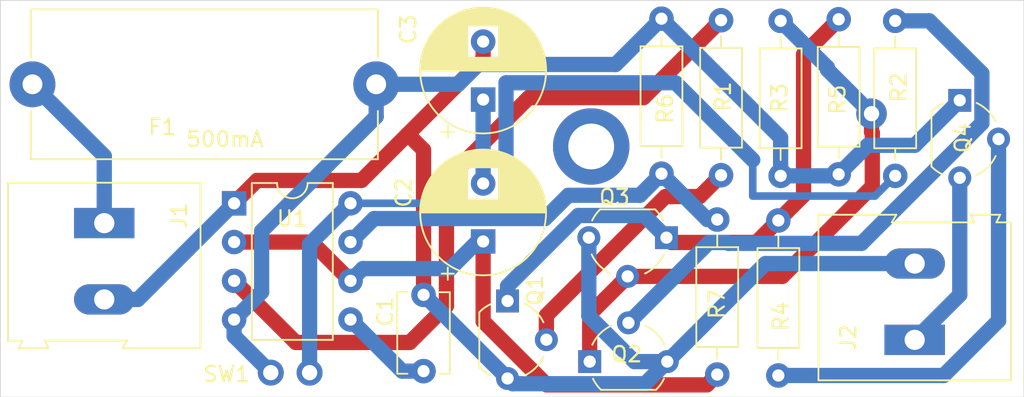
<source format=kicad_pcb>
(kicad_pcb (version 20171130) (host pcbnew "(5.1.8)-1")

  (general
    (thickness 1.6)
    (drawings 5)
    (tracks 115)
    (zones 0)
    (modules 19)
    (nets 16)
  )

  (page A4)
  (layers
    (0 F.Cu signal)
    (31 B.Cu signal hide)
    (32 B.Adhes user)
    (33 F.Adhes user)
    (34 B.Paste user)
    (35 F.Paste user)
    (36 B.SilkS user)
    (37 F.SilkS user)
    (38 B.Mask user)
    (39 F.Mask user)
    (40 Dwgs.User user)
    (41 Cmts.User user)
    (42 Eco1.User user)
    (43 Eco2.User user)
    (44 Edge.Cuts user)
    (45 Margin user)
    (46 B.CrtYd user)
    (47 F.CrtYd user hide)
    (48 B.Fab user)
    (49 F.Fab user hide)
  )

  (setup
    (last_trace_width 0.5)
    (user_trace_width 0.5)
    (user_trace_width 1)
    (user_trace_width 2)
    (trace_clearance 0.2)
    (zone_clearance 0.508)
    (zone_45_only no)
    (trace_min 0.2)
    (via_size 0.8)
    (via_drill 0.4)
    (via_min_size 0.4)
    (via_min_drill 0.3)
    (user_via 2 1)
    (uvia_size 0.3)
    (uvia_drill 0.1)
    (uvias_allowed no)
    (uvia_min_size 0.2)
    (uvia_min_drill 0.1)
    (edge_width 0.05)
    (segment_width 0.2)
    (pcb_text_width 0.3)
    (pcb_text_size 1.5 1.5)
    (mod_edge_width 0.12)
    (mod_text_size 1 1)
    (mod_text_width 0.15)
    (pad_size 1.524 1.524)
    (pad_drill 0.762)
    (pad_to_mask_clearance 0)
    (aux_axis_origin 0 0)
    (visible_elements FFFFFF7F)
    (pcbplotparams
      (layerselection 0x010f0_ffffffff)
      (usegerberextensions false)
      (usegerberattributes true)
      (usegerberadvancedattributes true)
      (creategerberjobfile true)
      (excludeedgelayer true)
      (linewidth 0.100000)
      (plotframeref false)
      (viasonmask false)
      (mode 1)
      (useauxorigin false)
      (hpglpennumber 1)
      (hpglpenspeed 20)
      (hpglpendiameter 15.000000)
      (psnegative false)
      (psa4output false)
      (plotreference true)
      (plotvalue true)
      (plotinvisibletext false)
      (padsonsilk false)
      (subtractmaskfromsilk false)
      (outputformat 1)
      (mirror false)
      (drillshape 0)
      (scaleselection 1)
      (outputdirectory "plots"))
  )

  (net 0 "")
  (net 1 /GND)
  (net 2 "Net-(C1-Pad1)")
  (net 3 "Net-(C2-Pad2)")
  (net 4 "Net-(C2-Pad1)")
  (net 5 /VCC)
  (net 6 "Net-(J2-Pad1)")
  (net 7 "Net-(Q1-Pad3)")
  (net 8 "Net-(Q1-Pad2)")
  (net 9 "Net-(Q2-Pad3)")
  (net 10 "Net-(Q2-Pad2)")
  (net 11 "Net-(Q4-Pad2)")
  (net 12 "Net-(R1-Pad1)")
  (net 13 "Net-(R2-Pad1)")
  (net 14 "Net-(R6-Pad2)")
  (net 15 "Net-(F1-Pad2)")

  (net_class Default "This is the default net class."
    (clearance 0.2)
    (trace_width 0.25)
    (via_dia 0.8)
    (via_drill 0.4)
    (uvia_dia 0.3)
    (uvia_drill 0.1)
    (add_net /GND)
    (add_net /VCC)
    (add_net "Net-(C1-Pad1)")
    (add_net "Net-(C2-Pad1)")
    (add_net "Net-(C2-Pad2)")
    (add_net "Net-(F1-Pad2)")
    (add_net "Net-(J2-Pad1)")
    (add_net "Net-(Q1-Pad2)")
    (add_net "Net-(Q1-Pad3)")
    (add_net "Net-(Q2-Pad2)")
    (add_net "Net-(Q2-Pad3)")
    (add_net "Net-(Q4-Pad2)")
    (add_net "Net-(R1-Pad1)")
    (add_net "Net-(R2-Pad1)")
    (add_net "Net-(R6-Pad2)")
  )

  (module Fuse:Fuseholder_Cylinder-5x20mm_Schurter_0031_8201_Horizontal_Open (layer F.Cu) (tedit 5D717D34) (tstamp 5FD5784B)
    (at 44.6 25.5 180)
    (descr "Fuseholder horizontal open, 5x20mm, 500V, 16A, Schurter 0031.8201, https://us.schurter.com/bundles/snceschurter/epim/_ProdPool_/newDS/en/typ_OGN.pdf")
    (tags "Fuseholder horizontal open 5x20 Schurter 0031.8201")
    (path /5FD7A9BB)
    (fp_text reference F1 (at 14 -2.8) (layer F.SilkS)
      (effects (font (size 1 1) (thickness 0.15)))
    )
    (fp_text value Fuse (at 7.4 3) (layer F.Fab)
      (effects (font (size 1 1) (thickness 0.15)))
    )
    (fp_text user %R (at 11.25 4) (layer F.Fab)
      (effects (font (size 1 1) (thickness 0.15)))
    )
    (fp_line (start 0 -4.8) (end 0 4.8) (layer F.Fab) (width 0.1))
    (fp_line (start 0 4.8) (end 22.5 4.8) (layer F.Fab) (width 0.1))
    (fp_line (start 22.5 4.8) (end 22.5 -4.8) (layer F.Fab) (width 0.1))
    (fp_line (start 22.5 -4.8) (end 0 -4.8) (layer F.Fab) (width 0.1))
    (fp_line (start -1.75 5.05) (end -1.75 -5.05) (layer F.CrtYd) (width 0.05))
    (fp_line (start 22.61 4.91) (end 22.61 1.75) (layer F.SilkS) (width 0.12))
    (fp_line (start 22.61 -1.75) (end 22.61 -4.91) (layer F.SilkS) (width 0.12))
    (fp_line (start -0.11 -1.75) (end -0.11 -4.91) (layer F.SilkS) (width 0.12))
    (fp_line (start -0.11 -4.91) (end 22.61 -4.91) (layer F.SilkS) (width 0.12))
    (fp_line (start 24.25 5.05) (end -1.75 5.05) (layer F.CrtYd) (width 0.05))
    (fp_line (start -1.75 -5.05) (end 24.25 -5.05) (layer F.CrtYd) (width 0.05))
    (fp_line (start -0.11 4.91) (end 22.61 4.91) (layer F.SilkS) (width 0.12))
    (fp_line (start 24.25 -5.05) (end 24.25 5.05) (layer F.CrtYd) (width 0.05))
    (fp_line (start -0.11 4.91) (end -0.11 1.75) (layer F.SilkS) (width 0.12))
    (pad "" np_thru_hole circle (at 11.25 0 180) (size 2.7 2.7) (drill 2.7) (layers *.Cu *.Mask))
    (pad 2 thru_hole circle (at 22.5 0 180) (size 3 3) (drill 1.3) (layers *.Cu *.Mask)
      (net 15 "Net-(F1-Pad2)"))
    (pad 1 thru_hole circle (at 0 0 180) (size 3 3) (drill 1.3) (layers *.Cu *.Mask)
      (net 5 /VCC))
    (model ${KISYS3DMOD}/Fuse.3dshapes/Fuseholder_Cylinder-5x20mm_Schurter_0031_8201_Horizontal_Open.wrl
      (at (xyz 0 0 0))
      (scale (xyz 1 1 1))
      (rotate (xyz 0 0 0))
    )
  )

  (module Package_DIP:DIP-8_W7.62mm (layer F.Cu) (tedit 5A02E8C5) (tstamp 5FD568CB)
    (at 35.3 33.3)
    (descr "8-lead though-hole mounted DIP package, row spacing 7.62 mm (300 mils)")
    (tags "THT DIP DIL PDIP 2.54mm 7.62mm 300mil")
    (path /5FCFCDA1)
    (fp_text reference U1 (at 3.8 1) (layer F.SilkS)
      (effects (font (size 1 1) (thickness 0.15)))
    )
    (fp_text value NE555P (at 3.81 9.95) (layer F.Fab)
      (effects (font (size 1 1) (thickness 0.15)))
    )
    (fp_text user %R (at 3.81 3.81) (layer F.Fab)
      (effects (font (size 1 1) (thickness 0.15)))
    )
    (fp_arc (start 3.81 -1.33) (end 2.81 -1.33) (angle -180) (layer F.SilkS) (width 0.12))
    (fp_line (start 1.635 -1.27) (end 6.985 -1.27) (layer F.Fab) (width 0.1))
    (fp_line (start 6.985 -1.27) (end 6.985 8.89) (layer F.Fab) (width 0.1))
    (fp_line (start 6.985 8.89) (end 0.635 8.89) (layer F.Fab) (width 0.1))
    (fp_line (start 0.635 8.89) (end 0.635 -0.27) (layer F.Fab) (width 0.1))
    (fp_line (start 0.635 -0.27) (end 1.635 -1.27) (layer F.Fab) (width 0.1))
    (fp_line (start 2.81 -1.33) (end 1.16 -1.33) (layer F.SilkS) (width 0.12))
    (fp_line (start 1.16 -1.33) (end 1.16 8.95) (layer F.SilkS) (width 0.12))
    (fp_line (start 1.16 8.95) (end 6.46 8.95) (layer F.SilkS) (width 0.12))
    (fp_line (start 6.46 8.95) (end 6.46 -1.33) (layer F.SilkS) (width 0.12))
    (fp_line (start 6.46 -1.33) (end 4.81 -1.33) (layer F.SilkS) (width 0.12))
    (fp_line (start -1.1 -1.55) (end -1.1 9.15) (layer F.CrtYd) (width 0.05))
    (fp_line (start -1.1 9.15) (end 8.7 9.15) (layer F.CrtYd) (width 0.05))
    (fp_line (start 8.7 9.15) (end 8.7 -1.55) (layer F.CrtYd) (width 0.05))
    (fp_line (start 8.7 -1.55) (end -1.1 -1.55) (layer F.CrtYd) (width 0.05))
    (pad 8 thru_hole oval (at 7.62 0) (size 1.6 1.6) (drill 0.8) (layers *.Cu *.Mask)
      (net 13 "Net-(R2-Pad1)"))
    (pad 4 thru_hole oval (at 0 7.62) (size 1.6 1.6) (drill 0.8) (layers *.Cu *.Mask)
      (net 5 /VCC))
    (pad 7 thru_hole oval (at 7.62 2.54) (size 1.6 1.6) (drill 0.8) (layers *.Cu *.Mask)
      (net 14 "Net-(R6-Pad2)"))
    (pad 3 thru_hole oval (at 0 5.08) (size 1.6 1.6) (drill 0.8) (layers *.Cu *.Mask)
      (net 12 "Net-(R1-Pad1)"))
    (pad 6 thru_hole oval (at 7.62 5.08) (size 1.6 1.6) (drill 0.8) (layers *.Cu *.Mask)
      (net 4 "Net-(C2-Pad1)"))
    (pad 2 thru_hole oval (at 0 2.54) (size 1.6 1.6) (drill 0.8) (layers *.Cu *.Mask)
      (net 4 "Net-(C2-Pad1)"))
    (pad 5 thru_hole oval (at 7.62 7.62) (size 1.6 1.6) (drill 0.8) (layers *.Cu *.Mask)
      (net 2 "Net-(C1-Pad1)"))
    (pad 1 thru_hole rect (at 0 0) (size 1.6 1.6) (drill 0.8) (layers *.Cu *.Mask)
      (net 1 /GND))
    (model ${KISYS3DMOD}/Package_DIP.3dshapes/DIP-8_W7.62mm.wrl
      (at (xyz 0 0 0))
      (scale (xyz 1 1 1))
      (rotate (xyz 0 0 0))
    )
  )

  (module Custom:jumper_switch (layer F.Cu) (tedit 5FD50174) (tstamp 5FD568AF)
    (at 37.7 44.4)
    (path /5FD5328C)
    (fp_text reference SW1 (at -2.9 0.1) (layer F.SilkS)
      (effects (font (size 1 1) (thickness 0.15)))
    )
    (fp_text value jumper_switch (at 1.27 -2.032) (layer F.Fab)
      (effects (font (size 1 1) (thickness 0.15)))
    )
    (fp_line (start -2.73 -1.27) (end -2.73 1.27) (layer F.CrtYd) (width 0.12))
    (fp_line (start 5.27 -1.27) (end -2.73 -1.27) (layer F.CrtYd) (width 0.12))
    (fp_line (start 5.27 -1.27) (end 5.27 1.27) (layer F.CrtYd) (width 0.12))
    (fp_line (start 5.27 1.27) (end -2.73 1.27) (layer F.CrtYd) (width 0.12))
    (pad 2 thru_hole circle (at 2.54 0) (size 1.7 1.7) (drill 1) (layers *.Cu *.Mask)
      (net 13 "Net-(R2-Pad1)"))
    (pad 1 thru_hole circle (at 0 0) (size 1.7 1.7) (drill 1) (layers *.Cu *.Mask)
      (net 5 /VCC))
  )

  (module Resistor_THT:R_Axial_DIN0207_L6.3mm_D2.5mm_P10.16mm_Horizontal (layer F.Cu) (tedit 5AE5139B) (tstamp 5FD568A5)
    (at 66.925 44.525 90)
    (descr "Resistor, Axial_DIN0207 series, Axial, Horizontal, pin pitch=10.16mm, 0.25W = 1/4W, length*diameter=6.3*2.5mm^2, http://cdn-reichelt.de/documents/datenblatt/B400/1_4W%23YAG.pdf")
    (tags "Resistor Axial_DIN0207 series Axial Horizontal pin pitch 10.16mm 0.25W = 1/4W length 6.3mm diameter 2.5mm")
    (path /5FD02033)
    (fp_text reference R7 (at 4.625 -0.025 90) (layer F.SilkS)
      (effects (font (size 1 1) (thickness 0.15)))
    )
    (fp_text value 470k (at 5.08 2.37 90) (layer F.Fab)
      (effects (font (size 1 1) (thickness 0.15)))
    )
    (fp_text user %R (at 5.08 0 90) (layer F.Fab)
      (effects (font (size 1 1) (thickness 0.15)))
    )
    (fp_line (start 1.93 -1.25) (end 1.93 1.25) (layer F.Fab) (width 0.1))
    (fp_line (start 1.93 1.25) (end 8.23 1.25) (layer F.Fab) (width 0.1))
    (fp_line (start 8.23 1.25) (end 8.23 -1.25) (layer F.Fab) (width 0.1))
    (fp_line (start 8.23 -1.25) (end 1.93 -1.25) (layer F.Fab) (width 0.1))
    (fp_line (start 0 0) (end 1.93 0) (layer F.Fab) (width 0.1))
    (fp_line (start 10.16 0) (end 8.23 0) (layer F.Fab) (width 0.1))
    (fp_line (start 1.81 -1.37) (end 1.81 1.37) (layer F.SilkS) (width 0.12))
    (fp_line (start 1.81 1.37) (end 8.35 1.37) (layer F.SilkS) (width 0.12))
    (fp_line (start 8.35 1.37) (end 8.35 -1.37) (layer F.SilkS) (width 0.12))
    (fp_line (start 8.35 -1.37) (end 1.81 -1.37) (layer F.SilkS) (width 0.12))
    (fp_line (start 1.04 0) (end 1.81 0) (layer F.SilkS) (width 0.12))
    (fp_line (start 9.12 0) (end 8.35 0) (layer F.SilkS) (width 0.12))
    (fp_line (start -1.05 -1.5) (end -1.05 1.5) (layer F.CrtYd) (width 0.05))
    (fp_line (start -1.05 1.5) (end 11.21 1.5) (layer F.CrtYd) (width 0.05))
    (fp_line (start 11.21 1.5) (end 11.21 -1.5) (layer F.CrtYd) (width 0.05))
    (fp_line (start 11.21 -1.5) (end -1.05 -1.5) (layer F.CrtYd) (width 0.05))
    (pad 2 thru_hole oval (at 10.16 0 90) (size 1.6 1.6) (drill 0.8) (layers *.Cu *.Mask)
      (net 14 "Net-(R6-Pad2)"))
    (pad 1 thru_hole circle (at 0 0 90) (size 1.6 1.6) (drill 0.8) (layers *.Cu *.Mask)
      (net 4 "Net-(C2-Pad1)"))
    (model ${KISYS3DMOD}/Resistor_THT.3dshapes/R_Axial_DIN0207_L6.3mm_D2.5mm_P10.16mm_Horizontal.wrl
      (at (xyz 0 0 0))
      (scale (xyz 1 1 1))
      (rotate (xyz 0 0 0))
    )
  )

  (module Resistor_THT:R_Axial_DIN0207_L6.3mm_D2.5mm_P10.16mm_Horizontal (layer F.Cu) (tedit 5AE5139B) (tstamp 5FD5688E)
    (at 63.275 21.2 270)
    (descr "Resistor, Axial_DIN0207 series, Axial, Horizontal, pin pitch=10.16mm, 0.25W = 1/4W, length*diameter=6.3*2.5mm^2, http://cdn-reichelt.de/documents/datenblatt/B400/1_4W%23YAG.pdf")
    (tags "Resistor Axial_DIN0207 series Axial Horizontal pin pitch 10.16mm 0.25W = 1/4W length 6.3mm diameter 2.5mm")
    (path /5FD012E6)
    (fp_text reference R6 (at 5.9 -0.225 90) (layer F.SilkS)
      (effects (font (size 1 1) (thickness 0.15)))
    )
    (fp_text value 1k (at 5.08 2.37 90) (layer F.Fab)
      (effects (font (size 1 1) (thickness 0.15)))
    )
    (fp_text user %R (at 5.08 0 90) (layer F.Fab)
      (effects (font (size 1 1) (thickness 0.15)))
    )
    (fp_line (start 1.93 -1.25) (end 1.93 1.25) (layer F.Fab) (width 0.1))
    (fp_line (start 1.93 1.25) (end 8.23 1.25) (layer F.Fab) (width 0.1))
    (fp_line (start 8.23 1.25) (end 8.23 -1.25) (layer F.Fab) (width 0.1))
    (fp_line (start 8.23 -1.25) (end 1.93 -1.25) (layer F.Fab) (width 0.1))
    (fp_line (start 0 0) (end 1.93 0) (layer F.Fab) (width 0.1))
    (fp_line (start 10.16 0) (end 8.23 0) (layer F.Fab) (width 0.1))
    (fp_line (start 1.81 -1.37) (end 1.81 1.37) (layer F.SilkS) (width 0.12))
    (fp_line (start 1.81 1.37) (end 8.35 1.37) (layer F.SilkS) (width 0.12))
    (fp_line (start 8.35 1.37) (end 8.35 -1.37) (layer F.SilkS) (width 0.12))
    (fp_line (start 8.35 -1.37) (end 1.81 -1.37) (layer F.SilkS) (width 0.12))
    (fp_line (start 1.04 0) (end 1.81 0) (layer F.SilkS) (width 0.12))
    (fp_line (start 9.12 0) (end 8.35 0) (layer F.SilkS) (width 0.12))
    (fp_line (start -1.05 -1.5) (end -1.05 1.5) (layer F.CrtYd) (width 0.05))
    (fp_line (start -1.05 1.5) (end 11.21 1.5) (layer F.CrtYd) (width 0.05))
    (fp_line (start 11.21 1.5) (end 11.21 -1.5) (layer F.CrtYd) (width 0.05))
    (fp_line (start 11.21 -1.5) (end -1.05 -1.5) (layer F.CrtYd) (width 0.05))
    (pad 2 thru_hole oval (at 10.16 0 270) (size 1.6 1.6) (drill 0.8) (layers *.Cu *.Mask)
      (net 14 "Net-(R6-Pad2)"))
    (pad 1 thru_hole circle (at 0 0 270) (size 1.6 1.6) (drill 0.8) (layers *.Cu *.Mask)
      (net 5 /VCC))
    (model ${KISYS3DMOD}/Resistor_THT.3dshapes/R_Axial_DIN0207_L6.3mm_D2.5mm_P10.16mm_Horizontal.wrl
      (at (xyz 0 0 0))
      (scale (xyz 1 1 1))
      (rotate (xyz 0 0 0))
    )
  )

  (module Resistor_THT:R_Axial_DIN0207_L6.3mm_D2.5mm_P10.16mm_Horizontal (layer F.Cu) (tedit 5AE5139B) (tstamp 5FD56877)
    (at 74.875 31.4 90)
    (descr "Resistor, Axial_DIN0207 series, Axial, Horizontal, pin pitch=10.16mm, 0.25W = 1/4W, length*diameter=6.3*2.5mm^2, http://cdn-reichelt.de/documents/datenblatt/B400/1_4W%23YAG.pdf")
    (tags "Resistor Axial_DIN0207 series Axial Horizontal pin pitch 10.16mm 0.25W = 1/4W length 6.3mm diameter 2.5mm")
    (path /5FD0CE30)
    (fp_text reference R5 (at 4.9 -0.075 90) (layer F.SilkS)
      (effects (font (size 1 1) (thickness 0.15)))
    )
    (fp_text value 1k (at 5.08 2.37 90) (layer F.Fab)
      (effects (font (size 1 1) (thickness 0.15)))
    )
    (fp_text user %R (at 5.08 0 90) (layer F.Fab)
      (effects (font (size 1 1) (thickness 0.15)))
    )
    (fp_line (start 1.93 -1.25) (end 1.93 1.25) (layer F.Fab) (width 0.1))
    (fp_line (start 1.93 1.25) (end 8.23 1.25) (layer F.Fab) (width 0.1))
    (fp_line (start 8.23 1.25) (end 8.23 -1.25) (layer F.Fab) (width 0.1))
    (fp_line (start 8.23 -1.25) (end 1.93 -1.25) (layer F.Fab) (width 0.1))
    (fp_line (start 0 0) (end 1.93 0) (layer F.Fab) (width 0.1))
    (fp_line (start 10.16 0) (end 8.23 0) (layer F.Fab) (width 0.1))
    (fp_line (start 1.81 -1.37) (end 1.81 1.37) (layer F.SilkS) (width 0.12))
    (fp_line (start 1.81 1.37) (end 8.35 1.37) (layer F.SilkS) (width 0.12))
    (fp_line (start 8.35 1.37) (end 8.35 -1.37) (layer F.SilkS) (width 0.12))
    (fp_line (start 8.35 -1.37) (end 1.81 -1.37) (layer F.SilkS) (width 0.12))
    (fp_line (start 1.04 0) (end 1.81 0) (layer F.SilkS) (width 0.12))
    (fp_line (start 9.12 0) (end 8.35 0) (layer F.SilkS) (width 0.12))
    (fp_line (start -1.05 -1.5) (end -1.05 1.5) (layer F.CrtYd) (width 0.05))
    (fp_line (start -1.05 1.5) (end 11.21 1.5) (layer F.CrtYd) (width 0.05))
    (fp_line (start 11.21 1.5) (end 11.21 -1.5) (layer F.CrtYd) (width 0.05))
    (fp_line (start 11.21 -1.5) (end -1.05 -1.5) (layer F.CrtYd) (width 0.05))
    (pad 2 thru_hole oval (at 10.16 0 90) (size 1.6 1.6) (drill 0.8) (layers *.Cu *.Mask)
      (net 7 "Net-(Q1-Pad3)"))
    (pad 1 thru_hole circle (at 0 0 90) (size 1.6 1.6) (drill 0.8) (layers *.Cu *.Mask)
      (net 5 /VCC))
    (model ${KISYS3DMOD}/Resistor_THT.3dshapes/R_Axial_DIN0207_L6.3mm_D2.5mm_P10.16mm_Horizontal.wrl
      (at (xyz 0 0 0))
      (scale (xyz 1 1 1))
      (rotate (xyz 0 0 0))
    )
  )

  (module Resistor_THT:R_Axial_DIN0207_L6.3mm_D2.5mm_P10.16mm_Horizontal (layer F.Cu) (tedit 5AE5139B) (tstamp 5FD56860)
    (at 70.925 34.425 270)
    (descr "Resistor, Axial_DIN0207 series, Axial, Horizontal, pin pitch=10.16mm, 0.25W = 1/4W, length*diameter=6.3*2.5mm^2, http://cdn-reichelt.de/documents/datenblatt/B400/1_4W%23YAG.pdf")
    (tags "Resistor Axial_DIN0207 series Axial Horizontal pin pitch 10.16mm 0.25W = 1/4W length 6.3mm diameter 2.5mm")
    (path /5FD0E63A)
    (fp_text reference R4 (at 6.275 -0.175 90) (layer F.SilkS)
      (effects (font (size 1 1) (thickness 0.15)))
    )
    (fp_text value 220 (at 5.08 2.37 90) (layer F.Fab)
      (effects (font (size 1 1) (thickness 0.15)))
    )
    (fp_text user %R (at 5.08 0 90) (layer F.Fab)
      (effects (font (size 1 1) (thickness 0.15)))
    )
    (fp_line (start 1.93 -1.25) (end 1.93 1.25) (layer F.Fab) (width 0.1))
    (fp_line (start 1.93 1.25) (end 8.23 1.25) (layer F.Fab) (width 0.1))
    (fp_line (start 8.23 1.25) (end 8.23 -1.25) (layer F.Fab) (width 0.1))
    (fp_line (start 8.23 -1.25) (end 1.93 -1.25) (layer F.Fab) (width 0.1))
    (fp_line (start 0 0) (end 1.93 0) (layer F.Fab) (width 0.1))
    (fp_line (start 10.16 0) (end 8.23 0) (layer F.Fab) (width 0.1))
    (fp_line (start 1.81 -1.37) (end 1.81 1.37) (layer F.SilkS) (width 0.12))
    (fp_line (start 1.81 1.37) (end 8.35 1.37) (layer F.SilkS) (width 0.12))
    (fp_line (start 8.35 1.37) (end 8.35 -1.37) (layer F.SilkS) (width 0.12))
    (fp_line (start 8.35 -1.37) (end 1.81 -1.37) (layer F.SilkS) (width 0.12))
    (fp_line (start 1.04 0) (end 1.81 0) (layer F.SilkS) (width 0.12))
    (fp_line (start 9.12 0) (end 8.35 0) (layer F.SilkS) (width 0.12))
    (fp_line (start -1.05 -1.5) (end -1.05 1.5) (layer F.CrtYd) (width 0.05))
    (fp_line (start -1.05 1.5) (end 11.21 1.5) (layer F.CrtYd) (width 0.05))
    (fp_line (start 11.21 1.5) (end 11.21 -1.5) (layer F.CrtYd) (width 0.05))
    (fp_line (start 11.21 -1.5) (end -1.05 -1.5) (layer F.CrtYd) (width 0.05))
    (pad 2 thru_hole oval (at 10.16 0 270) (size 1.6 1.6) (drill 0.8) (layers *.Cu *.Mask)
      (net 11 "Net-(Q4-Pad2)"))
    (pad 1 thru_hole circle (at 0 0 270) (size 1.6 1.6) (drill 0.8) (layers *.Cu *.Mask)
      (net 7 "Net-(Q1-Pad3)"))
    (model ${KISYS3DMOD}/Resistor_THT.3dshapes/R_Axial_DIN0207_L6.3mm_D2.5mm_P10.16mm_Horizontal.wrl
      (at (xyz 0 0 0))
      (scale (xyz 1 1 1))
      (rotate (xyz 0 0 0))
    )
  )

  (module Resistor_THT:R_Axial_DIN0207_L6.3mm_D2.5mm_P10.16mm_Horizontal (layer F.Cu) (tedit 5AE5139B) (tstamp 5FD56849)
    (at 71.075 31.5 90)
    (descr "Resistor, Axial_DIN0207 series, Axial, Horizontal, pin pitch=10.16mm, 0.25W = 1/4W, length*diameter=6.3*2.5mm^2, http://cdn-reichelt.de/documents/datenblatt/B400/1_4W%23YAG.pdf")
    (tags "Resistor Axial_DIN0207 series Axial Horizontal pin pitch 10.16mm 0.25W = 1/4W length 6.3mm diameter 2.5mm")
    (path /5FD672C8)
    (fp_text reference R3 (at 5.1 -0.075 90) (layer F.SilkS)
      (effects (font (size 1 1) (thickness 0.15)))
    )
    (fp_text value 1k (at 5.08 2.37 90) (layer F.Fab)
      (effects (font (size 1 1) (thickness 0.15)))
    )
    (fp_text user %R (at 5.08 0 90) (layer F.Fab)
      (effects (font (size 1 1) (thickness 0.15)))
    )
    (fp_line (start 1.93 -1.25) (end 1.93 1.25) (layer F.Fab) (width 0.1))
    (fp_line (start 1.93 1.25) (end 8.23 1.25) (layer F.Fab) (width 0.1))
    (fp_line (start 8.23 1.25) (end 8.23 -1.25) (layer F.Fab) (width 0.1))
    (fp_line (start 8.23 -1.25) (end 1.93 -1.25) (layer F.Fab) (width 0.1))
    (fp_line (start 0 0) (end 1.93 0) (layer F.Fab) (width 0.1))
    (fp_line (start 10.16 0) (end 8.23 0) (layer F.Fab) (width 0.1))
    (fp_line (start 1.81 -1.37) (end 1.81 1.37) (layer F.SilkS) (width 0.12))
    (fp_line (start 1.81 1.37) (end 8.35 1.37) (layer F.SilkS) (width 0.12))
    (fp_line (start 8.35 1.37) (end 8.35 -1.37) (layer F.SilkS) (width 0.12))
    (fp_line (start 8.35 -1.37) (end 1.81 -1.37) (layer F.SilkS) (width 0.12))
    (fp_line (start 1.04 0) (end 1.81 0) (layer F.SilkS) (width 0.12))
    (fp_line (start 9.12 0) (end 8.35 0) (layer F.SilkS) (width 0.12))
    (fp_line (start -1.05 -1.5) (end -1.05 1.5) (layer F.CrtYd) (width 0.05))
    (fp_line (start -1.05 1.5) (end 11.21 1.5) (layer F.CrtYd) (width 0.05))
    (fp_line (start 11.21 1.5) (end 11.21 -1.5) (layer F.CrtYd) (width 0.05))
    (fp_line (start 11.21 -1.5) (end -1.05 -1.5) (layer F.CrtYd) (width 0.05))
    (pad 2 thru_hole oval (at 10.16 0 90) (size 1.6 1.6) (drill 0.8) (layers *.Cu *.Mask)
      (net 9 "Net-(Q2-Pad3)"))
    (pad 1 thru_hole circle (at 0 0 90) (size 1.6 1.6) (drill 0.8) (layers *.Cu *.Mask)
      (net 5 /VCC))
    (model ${KISYS3DMOD}/Resistor_THT.3dshapes/R_Axial_DIN0207_L6.3mm_D2.5mm_P10.16mm_Horizontal.wrl
      (at (xyz 0 0 0))
      (scale (xyz 1 1 1))
      (rotate (xyz 0 0 0))
    )
  )

  (module Resistor_THT:R_Axial_DIN0207_L6.3mm_D2.5mm_P10.16mm_Horizontal (layer F.Cu) (tedit 5AE5139B) (tstamp 5FD56832)
    (at 78.575 31.5 90)
    (descr "Resistor, Axial_DIN0207 series, Axial, Horizontal, pin pitch=10.16mm, 0.25W = 1/4W, length*diameter=6.3*2.5mm^2, http://cdn-reichelt.de/documents/datenblatt/B400/1_4W%23YAG.pdf")
    (tags "Resistor Axial_DIN0207 series Axial Horizontal pin pitch 10.16mm 0.25W = 1/4W length 6.3mm diameter 2.5mm")
    (path /5FD61EF5)
    (fp_text reference R2 (at 5.8 0.225 90) (layer F.SilkS)
      (effects (font (size 1 1) (thickness 0.15)))
    )
    (fp_text value 1k (at 5.08 2.37 90) (layer F.Fab)
      (effects (font (size 1 1) (thickness 0.15)))
    )
    (fp_text user %R (at 5.08 0 90) (layer F.Fab)
      (effects (font (size 1 1) (thickness 0.15)))
    )
    (fp_line (start 1.93 -1.25) (end 1.93 1.25) (layer F.Fab) (width 0.1))
    (fp_line (start 1.93 1.25) (end 8.23 1.25) (layer F.Fab) (width 0.1))
    (fp_line (start 8.23 1.25) (end 8.23 -1.25) (layer F.Fab) (width 0.1))
    (fp_line (start 8.23 -1.25) (end 1.93 -1.25) (layer F.Fab) (width 0.1))
    (fp_line (start 0 0) (end 1.93 0) (layer F.Fab) (width 0.1))
    (fp_line (start 10.16 0) (end 8.23 0) (layer F.Fab) (width 0.1))
    (fp_line (start 1.81 -1.37) (end 1.81 1.37) (layer F.SilkS) (width 0.12))
    (fp_line (start 1.81 1.37) (end 8.35 1.37) (layer F.SilkS) (width 0.12))
    (fp_line (start 8.35 1.37) (end 8.35 -1.37) (layer F.SilkS) (width 0.12))
    (fp_line (start 8.35 -1.37) (end 1.81 -1.37) (layer F.SilkS) (width 0.12))
    (fp_line (start 1.04 0) (end 1.81 0) (layer F.SilkS) (width 0.12))
    (fp_line (start 9.12 0) (end 8.35 0) (layer F.SilkS) (width 0.12))
    (fp_line (start -1.05 -1.5) (end -1.05 1.5) (layer F.CrtYd) (width 0.05))
    (fp_line (start -1.05 1.5) (end 11.21 1.5) (layer F.CrtYd) (width 0.05))
    (fp_line (start 11.21 1.5) (end 11.21 -1.5) (layer F.CrtYd) (width 0.05))
    (fp_line (start 11.21 -1.5) (end -1.05 -1.5) (layer F.CrtYd) (width 0.05))
    (pad 2 thru_hole oval (at 10.16 0 90) (size 1.6 1.6) (drill 0.8) (layers *.Cu *.Mask)
      (net 10 "Net-(Q2-Pad2)"))
    (pad 1 thru_hole circle (at 0 0 90) (size 1.6 1.6) (drill 0.8) (layers *.Cu *.Mask)
      (net 13 "Net-(R2-Pad1)"))
    (model ${KISYS3DMOD}/Resistor_THT.3dshapes/R_Axial_DIN0207_L6.3mm_D2.5mm_P10.16mm_Horizontal.wrl
      (at (xyz 0 0 0))
      (scale (xyz 1 1 1))
      (rotate (xyz 0 0 0))
    )
  )

  (module Resistor_THT:R_Axial_DIN0207_L6.3mm_D2.5mm_P10.16mm_Horizontal (layer F.Cu) (tedit 5AE5139B) (tstamp 5FD5681B)
    (at 67.175 21.3 270)
    (descr "Resistor, Axial_DIN0207 series, Axial, Horizontal, pin pitch=10.16mm, 0.25W = 1/4W, length*diameter=6.3*2.5mm^2, http://cdn-reichelt.de/documents/datenblatt/B400/1_4W%23YAG.pdf")
    (tags "Resistor Axial_DIN0207 series Axial Horizontal pin pitch 10.16mm 0.25W = 1/4W length 6.3mm diameter 2.5mm")
    (path /5FD0355D)
    (fp_text reference R1 (at 5 -0.125 90) (layer F.SilkS)
      (effects (font (size 1 1) (thickness 0.15)))
    )
    (fp_text value 1k (at 5.08 2.37 90) (layer F.Fab)
      (effects (font (size 1 1) (thickness 0.15)))
    )
    (fp_text user %R (at 5.08 0 90) (layer F.Fab)
      (effects (font (size 1 1) (thickness 0.15)))
    )
    (fp_line (start 1.93 -1.25) (end 1.93 1.25) (layer F.Fab) (width 0.1))
    (fp_line (start 1.93 1.25) (end 8.23 1.25) (layer F.Fab) (width 0.1))
    (fp_line (start 8.23 1.25) (end 8.23 -1.25) (layer F.Fab) (width 0.1))
    (fp_line (start 8.23 -1.25) (end 1.93 -1.25) (layer F.Fab) (width 0.1))
    (fp_line (start 0 0) (end 1.93 0) (layer F.Fab) (width 0.1))
    (fp_line (start 10.16 0) (end 8.23 0) (layer F.Fab) (width 0.1))
    (fp_line (start 1.81 -1.37) (end 1.81 1.37) (layer F.SilkS) (width 0.12))
    (fp_line (start 1.81 1.37) (end 8.35 1.37) (layer F.SilkS) (width 0.12))
    (fp_line (start 8.35 1.37) (end 8.35 -1.37) (layer F.SilkS) (width 0.12))
    (fp_line (start 8.35 -1.37) (end 1.81 -1.37) (layer F.SilkS) (width 0.12))
    (fp_line (start 1.04 0) (end 1.81 0) (layer F.SilkS) (width 0.12))
    (fp_line (start 9.12 0) (end 8.35 0) (layer F.SilkS) (width 0.12))
    (fp_line (start -1.05 -1.5) (end -1.05 1.5) (layer F.CrtYd) (width 0.05))
    (fp_line (start -1.05 1.5) (end 11.21 1.5) (layer F.CrtYd) (width 0.05))
    (fp_line (start 11.21 1.5) (end 11.21 -1.5) (layer F.CrtYd) (width 0.05))
    (fp_line (start 11.21 -1.5) (end -1.05 -1.5) (layer F.CrtYd) (width 0.05))
    (pad 2 thru_hole oval (at 10.16 0 270) (size 1.6 1.6) (drill 0.8) (layers *.Cu *.Mask)
      (net 8 "Net-(Q1-Pad2)"))
    (pad 1 thru_hole circle (at 0 0 270) (size 1.6 1.6) (drill 0.8) (layers *.Cu *.Mask)
      (net 12 "Net-(R1-Pad1)"))
    (model ${KISYS3DMOD}/Resistor_THT.3dshapes/R_Axial_DIN0207_L6.3mm_D2.5mm_P10.16mm_Horizontal.wrl
      (at (xyz 0 0 0))
      (scale (xyz 1 1 1))
      (rotate (xyz 0 0 0))
    )
  )

  (module Custom:S8550_wide (layer F.Cu) (tedit 5A2795B7) (tstamp 5FD56804)
    (at 82.8 26.55 270)
    (descr "TO-92 leads molded, wide, drill 0.75mm (see NXP sot054_po.pdf)")
    (tags "to-92 sc-43 sc-43a sot54 PA33 transistor")
    (path /5FD19532)
    (fp_text reference Q4 (at 2.45 -0.2 90) (layer F.SilkS)
      (effects (font (size 1 1) (thickness 0.15)))
    )
    (fp_text value S8550 (at 2.54 2.79 90) (layer F.Fab)
      (effects (font (size 1 1) (thickness 0.15)))
    )
    (fp_arc (start 2.54 0) (end 4.34 1.85) (angle -20) (layer F.SilkS) (width 0.12))
    (fp_arc (start 2.54 0) (end 2.54 -2.48) (angle -135) (layer F.Fab) (width 0.1))
    (fp_arc (start 2.54 0) (end 2.54 -2.48) (angle 135) (layer F.Fab) (width 0.1))
    (fp_arc (start 2.54 0) (end 3.65 -2.35) (angle 39.71668247) (layer F.SilkS) (width 0.12))
    (fp_arc (start 2.54 0) (end 1.4 -2.35) (angle -39.12170074) (layer F.SilkS) (width 0.12))
    (fp_arc (start 2.54 0) (end 0.74 1.85) (angle 20) (layer F.SilkS) (width 0.12))
    (fp_text user %R (at 2.54 0 90) (layer F.Fab)
      (effects (font (size 1 1) (thickness 0.15)))
    )
    (fp_line (start 6.09 2.01) (end -1.01 2.01) (layer F.CrtYd) (width 0.05))
    (fp_line (start 6.09 2.01) (end 6.09 -3.55) (layer F.CrtYd) (width 0.05))
    (fp_line (start -1.01 -3.55) (end -1.01 2.01) (layer F.CrtYd) (width 0.05))
    (fp_line (start -1.01 -3.55) (end 6.09 -3.55) (layer F.CrtYd) (width 0.05))
    (fp_line (start 0.8 1.75) (end 4.3 1.75) (layer F.Fab) (width 0.1))
    (fp_line (start 0.74 1.85) (end 4.34 1.85) (layer F.SilkS) (width 0.12))
    (pad 1 thru_hole rect (at 0 0 270) (size 1.5 1.5) (drill 0.8) (layers *.Cu *.Mask)
      (net 5 /VCC))
    (pad 3 thru_hole circle (at 5.08 0 270) (size 1.5 1.5) (drill 0.8) (layers *.Cu *.Mask)
      (net 6 "Net-(J2-Pad1)"))
    (pad 2 thru_hole circle (at 2.54 -2.54 270) (size 1.5 1.5) (drill 0.8) (layers *.Cu *.Mask)
      (net 11 "Net-(Q4-Pad2)"))
    (model ${KISYS3DMOD}/Package_TO_SOT_THT.3dshapes/TO-92_Wide.wrl
      (at (xyz 0 0 0))
      (scale (xyz 1 1 1))
      (rotate (xyz 0 0 0))
    )
  )

  (module Custom:2N2222_Wide (layer F.Cu) (tedit 5FCFDA56) (tstamp 5FD567F0)
    (at 63.6 35.55 180)
    (descr "TO-92 leads molded, wide, drill 0.75mm (see NXP sot054_po.pdf)")
    (tags "to-92 sc-43 sc-43a sot54 PA33 transistor")
    (path /5FD62406)
    (fp_text reference Q3 (at 3.4 2.65) (layer F.SilkS)
      (effects (font (size 1 1) (thickness 0.15)))
    )
    (fp_text value 2N2222 (at 2.54 2.79) (layer F.Fab)
      (effects (font (size 1 1) (thickness 0.15)))
    )
    (fp_arc (start 2.54 0) (end 4.34 1.85) (angle -20) (layer F.SilkS) (width 0.12))
    (fp_arc (start 2.54 0) (end 2.54 -2.48) (angle -135) (layer F.Fab) (width 0.1))
    (fp_arc (start 2.54 0) (end 2.54 -2.48) (angle 135) (layer F.Fab) (width 0.1))
    (fp_arc (start 2.54 0) (end 3.65 -2.35) (angle 39.71668247) (layer F.SilkS) (width 0.12))
    (fp_arc (start 2.54 0) (end 1.4 -2.35) (angle -39.12170074) (layer F.SilkS) (width 0.12))
    (fp_arc (start 2.54 0) (end 0.74 1.85) (angle 20) (layer F.SilkS) (width 0.12))
    (fp_text user %R (at 2.54 0) (layer F.Fab)
      (effects (font (size 1 1) (thickness 0.15)))
    )
    (fp_line (start 0.74 1.85) (end 4.34 1.85) (layer F.SilkS) (width 0.12))
    (fp_line (start 0.8 1.75) (end 4.3 1.75) (layer F.Fab) (width 0.1))
    (fp_line (start -1.01 -3.55) (end 6.09 -3.55) (layer F.CrtYd) (width 0.05))
    (fp_line (start -1.01 -3.55) (end -1.01 2.01) (layer F.CrtYd) (width 0.05))
    (fp_line (start 6.09 2.01) (end 6.09 -3.55) (layer F.CrtYd) (width 0.05))
    (fp_line (start 6.09 2.01) (end -1.01 2.01) (layer F.CrtYd) (width 0.05))
    (pad 3 thru_hole rect (at 0 0 180) (size 1.5 1.5) (drill 0.8) (layers *.Cu *.Mask)
      (net 7 "Net-(Q1-Pad3)"))
    (pad 1 thru_hole circle (at 5.08 0 180) (size 1.5 1.5) (drill 0.8) (layers *.Cu *.Mask)
      (net 1 /GND))
    (pad 2 thru_hole circle (at 2.54 -2.54 180) (size 1.5 1.5) (drill 0.8) (layers *.Cu *.Mask)
      (net 9 "Net-(Q2-Pad3)"))
    (model ${KISYS3DMOD}/Package_TO_SOT_THT.3dshapes/TO-92_Wide.wrl
      (at (xyz 0 0 0))
      (scale (xyz 1 1 1))
      (rotate (xyz 0 0 0))
    )
  )

  (module Custom:2N2222_Wide (layer F.Cu) (tedit 5FCFDA56) (tstamp 5FD567DC)
    (at 58.575 43.675)
    (descr "TO-92 leads molded, wide, drill 0.75mm (see NXP sot054_po.pdf)")
    (tags "to-92 sc-43 sc-43a sot54 PA33 transistor")
    (path /5FD6147F)
    (fp_text reference Q2 (at 2.425 -0.475) (layer F.SilkS)
      (effects (font (size 1 1) (thickness 0.15)))
    )
    (fp_text value 2N2222 (at 3.125 -3.775) (layer F.Fab)
      (effects (font (size 1 1) (thickness 0.15)))
    )
    (fp_arc (start 2.54 0) (end 4.34 1.85) (angle -20) (layer F.SilkS) (width 0.12))
    (fp_arc (start 2.54 0) (end 2.54 -2.48) (angle -135) (layer F.Fab) (width 0.1))
    (fp_arc (start 2.54 0) (end 2.54 -2.48) (angle 135) (layer F.Fab) (width 0.1))
    (fp_arc (start 2.54 0) (end 3.65 -2.35) (angle 39.71668247) (layer F.SilkS) (width 0.12))
    (fp_arc (start 2.54 0) (end 1.4 -2.35) (angle -39.12170074) (layer F.SilkS) (width 0.12))
    (fp_arc (start 2.54 0) (end 0.74 1.85) (angle 20) (layer F.SilkS) (width 0.12))
    (fp_text user %R (at 2.54 0) (layer F.Fab)
      (effects (font (size 1 1) (thickness 0.15)))
    )
    (fp_line (start 0.74 1.85) (end 4.34 1.85) (layer F.SilkS) (width 0.12))
    (fp_line (start 0.8 1.75) (end 4.3 1.75) (layer F.Fab) (width 0.1))
    (fp_line (start -1.01 -3.55) (end 6.09 -3.55) (layer F.CrtYd) (width 0.05))
    (fp_line (start -1.01 -3.55) (end -1.01 2.01) (layer F.CrtYd) (width 0.05))
    (fp_line (start 6.09 2.01) (end 6.09 -3.55) (layer F.CrtYd) (width 0.05))
    (fp_line (start 6.09 2.01) (end -1.01 2.01) (layer F.CrtYd) (width 0.05))
    (pad 3 thru_hole rect (at 0 0) (size 1.5 1.5) (drill 0.8) (layers *.Cu *.Mask)
      (net 9 "Net-(Q2-Pad3)"))
    (pad 1 thru_hole circle (at 5.08 0) (size 1.5 1.5) (drill 0.8) (layers *.Cu *.Mask)
      (net 1 /GND))
    (pad 2 thru_hole circle (at 2.54 -2.54) (size 1.5 1.5) (drill 0.8) (layers *.Cu *.Mask)
      (net 10 "Net-(Q2-Pad2)"))
    (model ${KISYS3DMOD}/Package_TO_SOT_THT.3dshapes/TO-92_Wide.wrl
      (at (xyz 0 0 0))
      (scale (xyz 1 1 1))
      (rotate (xyz 0 0 0))
    )
  )

  (module Custom:2N2222_Wide (layer F.Cu) (tedit 5FCFDA56) (tstamp 5FD567C8)
    (at 53.2 39.7 270)
    (descr "TO-92 leads molded, wide, drill 0.75mm (see NXP sot054_po.pdf)")
    (tags "to-92 sc-43 sc-43a sot54 PA33 transistor")
    (path /5FD0911A)
    (fp_text reference Q1 (at -0.7 -1.8 90) (layer F.SilkS)
      (effects (font (size 1 1) (thickness 0.15)))
    )
    (fp_text value 2N2222 (at 2.54 2.79 90) (layer F.Fab)
      (effects (font (size 1 1) (thickness 0.15)))
    )
    (fp_arc (start 2.54 0) (end 4.34 1.85) (angle -20) (layer F.SilkS) (width 0.12))
    (fp_arc (start 2.54 0) (end 2.54 -2.48) (angle -135) (layer F.Fab) (width 0.1))
    (fp_arc (start 2.54 0) (end 2.54 -2.48) (angle 135) (layer F.Fab) (width 0.1))
    (fp_arc (start 2.54 0) (end 3.65 -2.35) (angle 39.71668247) (layer F.SilkS) (width 0.12))
    (fp_arc (start 2.54 0) (end 1.4 -2.35) (angle -39.12170074) (layer F.SilkS) (width 0.12))
    (fp_arc (start 2.54 0) (end 0.74 1.85) (angle 20) (layer F.SilkS) (width 0.12))
    (fp_text user %R (at 2.54 0 90) (layer F.Fab)
      (effects (font (size 1 1) (thickness 0.15)))
    )
    (fp_line (start 0.74 1.85) (end 4.34 1.85) (layer F.SilkS) (width 0.12))
    (fp_line (start 0.8 1.75) (end 4.3 1.75) (layer F.Fab) (width 0.1))
    (fp_line (start -1.01 -3.55) (end 6.09 -3.55) (layer F.CrtYd) (width 0.05))
    (fp_line (start -1.01 -3.55) (end -1.01 2.01) (layer F.CrtYd) (width 0.05))
    (fp_line (start 6.09 2.01) (end 6.09 -3.55) (layer F.CrtYd) (width 0.05))
    (fp_line (start 6.09 2.01) (end -1.01 2.01) (layer F.CrtYd) (width 0.05))
    (pad 3 thru_hole rect (at 0 0 270) (size 1.5 1.5) (drill 0.8) (layers *.Cu *.Mask)
      (net 7 "Net-(Q1-Pad3)"))
    (pad 1 thru_hole circle (at 5.08 0 270) (size 1.5 1.5) (drill 0.8) (layers *.Cu *.Mask)
      (net 1 /GND))
    (pad 2 thru_hole circle (at 2.54 -2.54 270) (size 1.5 1.5) (drill 0.8) (layers *.Cu *.Mask)
      (net 8 "Net-(Q1-Pad2)"))
    (model ${KISYS3DMOD}/Package_TO_SOT_THT.3dshapes/TO-92_Wide.wrl
      (at (xyz 0 0 0))
      (scale (xyz 1 1 1))
      (rotate (xyz 0 0 0))
    )
  )

  (module TerminalBlock:TerminalBlock_Altech_AK300-2_P5.00mm (layer F.Cu) (tedit 59FF0306) (tstamp 5FD567B4)
    (at 79.85 42.25 90)
    (descr "Altech AK300 terminal block, pitch 5.0mm, 45 degree angled, see http://www.mouser.com/ds/2/16/PCBMETRC-24178.pdf")
    (tags "Altech AK300 terminal block pitch 5.0mm")
    (path /5FD1B6F7)
    (fp_text reference J2 (at 0.15 -4.35 90) (layer F.SilkS)
      (effects (font (size 1 1) (thickness 0.15)))
    )
    (fp_text value Screw_Terminal_01x02 (at 2.55 -1.95 180) (layer F.Fab)
      (effects (font (size 1 1) (thickness 0.15)))
    )
    (fp_arc (start -1.13 -4.65) (end -1.42 -4.13) (angle 104.2) (layer F.Fab) (width 0.1))
    (fp_arc (start -0.01 -3.71) (end -1.62 -5) (angle 100) (layer F.Fab) (width 0.1))
    (fp_arc (start 0.06 -6.07) (end 1.53 -4.12) (angle 75.5) (layer F.Fab) (width 0.1))
    (fp_arc (start 1.03 -4.59) (end 1.53 -5.05) (angle 90.5) (layer F.Fab) (width 0.1))
    (fp_arc (start 3.87 -4.65) (end 3.58 -4.13) (angle 104.2) (layer F.Fab) (width 0.1))
    (fp_arc (start 4.99 -3.71) (end 3.39 -5) (angle 100) (layer F.Fab) (width 0.1))
    (fp_arc (start 5.07 -6.07) (end 6.53 -4.12) (angle 75.5) (layer F.Fab) (width 0.1))
    (fp_arc (start 6.03 -4.59) (end 6.54 -5.05) (angle 90.5) (layer F.Fab) (width 0.1))
    (fp_text user %R (at 2.5 -2 90) (layer F.Fab)
      (effects (font (size 1 1) (thickness 0.15)))
    )
    (fp_line (start -2.65 -6.3) (end -2.65 6.3) (layer F.SilkS) (width 0.12))
    (fp_line (start -2.65 6.3) (end 7.7 6.3) (layer F.SilkS) (width 0.12))
    (fp_line (start 7.7 6.3) (end 7.7 5.35) (layer F.SilkS) (width 0.12))
    (fp_line (start 7.7 5.35) (end 8.2 5.6) (layer F.SilkS) (width 0.12))
    (fp_line (start 8.2 5.6) (end 8.2 3.7) (layer F.SilkS) (width 0.12))
    (fp_line (start 8.2 3.7) (end 8.2 3.65) (layer F.SilkS) (width 0.12))
    (fp_line (start 8.2 3.65) (end 7.7 3.9) (layer F.SilkS) (width 0.12))
    (fp_line (start 7.7 3.9) (end 7.7 -1.5) (layer F.SilkS) (width 0.12))
    (fp_line (start 7.7 -1.5) (end 8.2 -1.2) (layer F.SilkS) (width 0.12))
    (fp_line (start 8.2 -1.2) (end 8.2 -6.3) (layer F.SilkS) (width 0.12))
    (fp_line (start 8.2 -6.3) (end -2.65 -6.3) (layer F.SilkS) (width 0.12))
    (fp_line (start -1.26 2.54) (end 1.28 2.54) (layer F.Fab) (width 0.1))
    (fp_line (start 1.28 2.54) (end 1.28 -0.25) (layer F.Fab) (width 0.1))
    (fp_line (start -1.26 -0.25) (end 1.28 -0.25) (layer F.Fab) (width 0.1))
    (fp_line (start -1.26 2.54) (end -1.26 -0.25) (layer F.Fab) (width 0.1))
    (fp_line (start 3.74 2.54) (end 6.28 2.54) (layer F.Fab) (width 0.1))
    (fp_line (start 6.28 2.54) (end 6.28 -0.25) (layer F.Fab) (width 0.1))
    (fp_line (start 3.74 -0.25) (end 6.28 -0.25) (layer F.Fab) (width 0.1))
    (fp_line (start 3.74 2.54) (end 3.74 -0.25) (layer F.Fab) (width 0.1))
    (fp_line (start 7.61 -6.22) (end 7.61 -3.17) (layer F.Fab) (width 0.1))
    (fp_line (start 7.61 -6.22) (end -2.58 -6.22) (layer F.Fab) (width 0.1))
    (fp_line (start 7.61 -6.22) (end 8.11 -6.22) (layer F.Fab) (width 0.1))
    (fp_line (start 8.11 -6.22) (end 8.11 -1.4) (layer F.Fab) (width 0.1))
    (fp_line (start 8.11 -1.4) (end 7.61 -1.65) (layer F.Fab) (width 0.1))
    (fp_line (start 8.11 5.46) (end 7.61 5.21) (layer F.Fab) (width 0.1))
    (fp_line (start 7.61 5.21) (end 7.61 6.22) (layer F.Fab) (width 0.1))
    (fp_line (start 8.11 3.81) (end 7.61 4.06) (layer F.Fab) (width 0.1))
    (fp_line (start 7.61 4.06) (end 7.61 5.21) (layer F.Fab) (width 0.1))
    (fp_line (start 8.11 3.81) (end 8.11 5.46) (layer F.Fab) (width 0.1))
    (fp_line (start 2.98 6.22) (end 2.98 4.32) (layer F.Fab) (width 0.1))
    (fp_line (start 7.05 -0.25) (end 7.05 4.32) (layer F.Fab) (width 0.1))
    (fp_line (start 2.98 6.22) (end 7.05 6.22) (layer F.Fab) (width 0.1))
    (fp_line (start 7.05 6.22) (end 7.61 6.22) (layer F.Fab) (width 0.1))
    (fp_line (start 2.04 6.22) (end 2.04 4.32) (layer F.Fab) (width 0.1))
    (fp_line (start 2.04 6.22) (end 2.98 6.22) (layer F.Fab) (width 0.1))
    (fp_line (start -2.02 -0.25) (end -2.02 4.32) (layer F.Fab) (width 0.1))
    (fp_line (start -2.58 6.22) (end -2.02 6.22) (layer F.Fab) (width 0.1))
    (fp_line (start -2.02 6.22) (end 2.04 6.22) (layer F.Fab) (width 0.1))
    (fp_line (start 2.98 4.32) (end 7.05 4.32) (layer F.Fab) (width 0.1))
    (fp_line (start 2.98 4.32) (end 2.98 -0.25) (layer F.Fab) (width 0.1))
    (fp_line (start 7.05 4.32) (end 7.05 6.22) (layer F.Fab) (width 0.1))
    (fp_line (start 2.04 4.32) (end -2.02 4.32) (layer F.Fab) (width 0.1))
    (fp_line (start 2.04 4.32) (end 2.04 -0.25) (layer F.Fab) (width 0.1))
    (fp_line (start -2.02 4.32) (end -2.02 6.22) (layer F.Fab) (width 0.1))
    (fp_line (start 6.67 3.68) (end 6.67 0.51) (layer F.Fab) (width 0.1))
    (fp_line (start 6.67 3.68) (end 3.36 3.68) (layer F.Fab) (width 0.1))
    (fp_line (start 3.36 3.68) (end 3.36 0.51) (layer F.Fab) (width 0.1))
    (fp_line (start 1.66 3.68) (end 1.66 0.51) (layer F.Fab) (width 0.1))
    (fp_line (start 1.66 3.68) (end -1.64 3.68) (layer F.Fab) (width 0.1))
    (fp_line (start -1.64 3.68) (end -1.64 0.51) (layer F.Fab) (width 0.1))
    (fp_line (start -1.64 0.51) (end -1.26 0.51) (layer F.Fab) (width 0.1))
    (fp_line (start 1.66 0.51) (end 1.28 0.51) (layer F.Fab) (width 0.1))
    (fp_line (start 3.36 0.51) (end 3.74 0.51) (layer F.Fab) (width 0.1))
    (fp_line (start 6.67 0.51) (end 6.28 0.51) (layer F.Fab) (width 0.1))
    (fp_line (start -2.58 6.22) (end -2.58 -0.64) (layer F.Fab) (width 0.1))
    (fp_line (start -2.58 -0.64) (end -2.58 -3.17) (layer F.Fab) (width 0.1))
    (fp_line (start 7.61 -1.65) (end 7.61 -0.64) (layer F.Fab) (width 0.1))
    (fp_line (start 7.61 -0.64) (end 7.61 4.06) (layer F.Fab) (width 0.1))
    (fp_line (start -2.58 -3.17) (end 7.61 -3.17) (layer F.Fab) (width 0.1))
    (fp_line (start -2.58 -3.17) (end -2.58 -6.22) (layer F.Fab) (width 0.1))
    (fp_line (start 7.61 -3.17) (end 7.61 -1.65) (layer F.Fab) (width 0.1))
    (fp_line (start 2.98 -3.43) (end 2.98 -5.97) (layer F.Fab) (width 0.1))
    (fp_line (start 2.98 -5.97) (end 7.05 -5.97) (layer F.Fab) (width 0.1))
    (fp_line (start 7.05 -5.97) (end 7.05 -3.43) (layer F.Fab) (width 0.1))
    (fp_line (start 7.05 -3.43) (end 2.98 -3.43) (layer F.Fab) (width 0.1))
    (fp_line (start 2.04 -3.43) (end 2.04 -5.97) (layer F.Fab) (width 0.1))
    (fp_line (start 2.04 -3.43) (end -2.02 -3.43) (layer F.Fab) (width 0.1))
    (fp_line (start -2.02 -3.43) (end -2.02 -5.97) (layer F.Fab) (width 0.1))
    (fp_line (start 2.04 -5.97) (end -2.02 -5.97) (layer F.Fab) (width 0.1))
    (fp_line (start 3.39 -4.45) (end 6.44 -5.08) (layer F.Fab) (width 0.1))
    (fp_line (start 3.52 -4.32) (end 6.56 -4.95) (layer F.Fab) (width 0.1))
    (fp_line (start -1.62 -4.45) (end 1.44 -5.08) (layer F.Fab) (width 0.1))
    (fp_line (start -1.49 -4.32) (end 1.56 -4.95) (layer F.Fab) (width 0.1))
    (fp_line (start -2.02 -0.25) (end -1.64 -0.25) (layer F.Fab) (width 0.1))
    (fp_line (start 2.04 -0.25) (end 1.66 -0.25) (layer F.Fab) (width 0.1))
    (fp_line (start 1.66 -0.25) (end -1.64 -0.25) (layer F.Fab) (width 0.1))
    (fp_line (start -2.58 -0.64) (end -1.64 -0.64) (layer F.Fab) (width 0.1))
    (fp_line (start -1.64 -0.64) (end 1.66 -0.64) (layer F.Fab) (width 0.1))
    (fp_line (start 1.66 -0.64) (end 3.36 -0.64) (layer F.Fab) (width 0.1))
    (fp_line (start 7.61 -0.64) (end 6.67 -0.64) (layer F.Fab) (width 0.1))
    (fp_line (start 6.67 -0.64) (end 3.36 -0.64) (layer F.Fab) (width 0.1))
    (fp_line (start 7.05 -0.25) (end 6.67 -0.25) (layer F.Fab) (width 0.1))
    (fp_line (start 2.98 -0.25) (end 3.36 -0.25) (layer F.Fab) (width 0.1))
    (fp_line (start 3.36 -0.25) (end 6.67 -0.25) (layer F.Fab) (width 0.1))
    (fp_line (start -2.83 -6.47) (end 8.36 -6.47) (layer F.CrtYd) (width 0.05))
    (fp_line (start -2.83 -6.47) (end -2.83 6.47) (layer F.CrtYd) (width 0.05))
    (fp_line (start 8.36 6.47) (end 8.36 -6.47) (layer F.CrtYd) (width 0.05))
    (fp_line (start 8.36 6.47) (end -2.83 6.47) (layer F.CrtYd) (width 0.05))
    (pad 2 thru_hole oval (at 5 0 90) (size 1.98 3.96) (drill 1.32) (layers *.Cu *.Mask)
      (net 1 /GND))
    (pad 1 thru_hole rect (at 0 0 90) (size 1.98 3.96) (drill 1.32) (layers *.Cu *.Mask)
      (net 6 "Net-(J2-Pad1)"))
    (model ${KISYS3DMOD}/TerminalBlock.3dshapes/TerminalBlock_Altech_AK300-2_P5.00mm.wrl
      (at (xyz 0 0 0))
      (scale (xyz 1 1 1))
      (rotate (xyz 0 0 0))
    )
  )

  (module TerminalBlock:TerminalBlock_Altech_AK300-2_P5.00mm (layer F.Cu) (tedit 59FF0306) (tstamp 5FD5674D)
    (at 26.8 34.6 270)
    (descr "Altech AK300 terminal block, pitch 5.0mm, 45 degree angled, see http://www.mouser.com/ds/2/16/PCBMETRC-24178.pdf")
    (tags "Altech AK300 terminal block pitch 5.0mm")
    (path /5FCFC51B)
    (fp_text reference J1 (at -0.5 -4.9 90) (layer F.SilkS)
      (effects (font (size 1 1) (thickness 0.15)))
    )
    (fp_text value Screw_Terminal_01x02 (at -4 -1.9 180) (layer F.Fab)
      (effects (font (size 1 1) (thickness 0.15)))
    )
    (fp_arc (start -1.13 -4.65) (end -1.42 -4.13) (angle 104.2) (layer F.Fab) (width 0.1))
    (fp_arc (start -0.01 -3.71) (end -1.62 -5) (angle 100) (layer F.Fab) (width 0.1))
    (fp_arc (start 0.06 -6.07) (end 1.53 -4.12) (angle 75.5) (layer F.Fab) (width 0.1))
    (fp_arc (start 1.03 -4.59) (end 1.53 -5.05) (angle 90.5) (layer F.Fab) (width 0.1))
    (fp_arc (start 3.87 -4.65) (end 3.58 -4.13) (angle 104.2) (layer F.Fab) (width 0.1))
    (fp_arc (start 4.99 -3.71) (end 3.39 -5) (angle 100) (layer F.Fab) (width 0.1))
    (fp_arc (start 5.07 -6.07) (end 6.53 -4.12) (angle 75.5) (layer F.Fab) (width 0.1))
    (fp_arc (start 6.03 -4.59) (end 6.54 -5.05) (angle 90.5) (layer F.Fab) (width 0.1))
    (fp_text user %R (at 2.5 -2 90) (layer F.Fab)
      (effects (font (size 1 1) (thickness 0.15)))
    )
    (fp_line (start -2.65 -6.3) (end -2.65 6.3) (layer F.SilkS) (width 0.12))
    (fp_line (start -2.65 6.3) (end 7.7 6.3) (layer F.SilkS) (width 0.12))
    (fp_line (start 7.7 6.3) (end 7.7 5.35) (layer F.SilkS) (width 0.12))
    (fp_line (start 7.7 5.35) (end 8.2 5.6) (layer F.SilkS) (width 0.12))
    (fp_line (start 8.2 5.6) (end 8.2 3.7) (layer F.SilkS) (width 0.12))
    (fp_line (start 8.2 3.7) (end 8.2 3.65) (layer F.SilkS) (width 0.12))
    (fp_line (start 8.2 3.65) (end 7.7 3.9) (layer F.SilkS) (width 0.12))
    (fp_line (start 7.7 3.9) (end 7.7 -1.5) (layer F.SilkS) (width 0.12))
    (fp_line (start 7.7 -1.5) (end 8.2 -1.2) (layer F.SilkS) (width 0.12))
    (fp_line (start 8.2 -1.2) (end 8.2 -6.3) (layer F.SilkS) (width 0.12))
    (fp_line (start 8.2 -6.3) (end -2.65 -6.3) (layer F.SilkS) (width 0.12))
    (fp_line (start -1.26 2.54) (end 1.28 2.54) (layer F.Fab) (width 0.1))
    (fp_line (start 1.28 2.54) (end 1.28 -0.25) (layer F.Fab) (width 0.1))
    (fp_line (start -1.26 -0.25) (end 1.28 -0.25) (layer F.Fab) (width 0.1))
    (fp_line (start -1.26 2.54) (end -1.26 -0.25) (layer F.Fab) (width 0.1))
    (fp_line (start 3.74 2.54) (end 6.28 2.54) (layer F.Fab) (width 0.1))
    (fp_line (start 6.28 2.54) (end 6.28 -0.25) (layer F.Fab) (width 0.1))
    (fp_line (start 3.74 -0.25) (end 6.28 -0.25) (layer F.Fab) (width 0.1))
    (fp_line (start 3.74 2.54) (end 3.74 -0.25) (layer F.Fab) (width 0.1))
    (fp_line (start 7.61 -6.22) (end 7.61 -3.17) (layer F.Fab) (width 0.1))
    (fp_line (start 7.61 -6.22) (end -2.58 -6.22) (layer F.Fab) (width 0.1))
    (fp_line (start 7.61 -6.22) (end 8.11 -6.22) (layer F.Fab) (width 0.1))
    (fp_line (start 8.11 -6.22) (end 8.11 -1.4) (layer F.Fab) (width 0.1))
    (fp_line (start 8.11 -1.4) (end 7.61 -1.65) (layer F.Fab) (width 0.1))
    (fp_line (start 8.11 5.46) (end 7.61 5.21) (layer F.Fab) (width 0.1))
    (fp_line (start 7.61 5.21) (end 7.61 6.22) (layer F.Fab) (width 0.1))
    (fp_line (start 8.11 3.81) (end 7.61 4.06) (layer F.Fab) (width 0.1))
    (fp_line (start 7.61 4.06) (end 7.61 5.21) (layer F.Fab) (width 0.1))
    (fp_line (start 8.11 3.81) (end 8.11 5.46) (layer F.Fab) (width 0.1))
    (fp_line (start 2.98 6.22) (end 2.98 4.32) (layer F.Fab) (width 0.1))
    (fp_line (start 7.05 -0.25) (end 7.05 4.32) (layer F.Fab) (width 0.1))
    (fp_line (start 2.98 6.22) (end 7.05 6.22) (layer F.Fab) (width 0.1))
    (fp_line (start 7.05 6.22) (end 7.61 6.22) (layer F.Fab) (width 0.1))
    (fp_line (start 2.04 6.22) (end 2.04 4.32) (layer F.Fab) (width 0.1))
    (fp_line (start 2.04 6.22) (end 2.98 6.22) (layer F.Fab) (width 0.1))
    (fp_line (start -2.02 -0.25) (end -2.02 4.32) (layer F.Fab) (width 0.1))
    (fp_line (start -2.58 6.22) (end -2.02 6.22) (layer F.Fab) (width 0.1))
    (fp_line (start -2.02 6.22) (end 2.04 6.22) (layer F.Fab) (width 0.1))
    (fp_line (start 2.98 4.32) (end 7.05 4.32) (layer F.Fab) (width 0.1))
    (fp_line (start 2.98 4.32) (end 2.98 -0.25) (layer F.Fab) (width 0.1))
    (fp_line (start 7.05 4.32) (end 7.05 6.22) (layer F.Fab) (width 0.1))
    (fp_line (start 2.04 4.32) (end -2.02 4.32) (layer F.Fab) (width 0.1))
    (fp_line (start 2.04 4.32) (end 2.04 -0.25) (layer F.Fab) (width 0.1))
    (fp_line (start -2.02 4.32) (end -2.02 6.22) (layer F.Fab) (width 0.1))
    (fp_line (start 6.67 3.68) (end 6.67 0.51) (layer F.Fab) (width 0.1))
    (fp_line (start 6.67 3.68) (end 3.36 3.68) (layer F.Fab) (width 0.1))
    (fp_line (start 3.36 3.68) (end 3.36 0.51) (layer F.Fab) (width 0.1))
    (fp_line (start 1.66 3.68) (end 1.66 0.51) (layer F.Fab) (width 0.1))
    (fp_line (start 1.66 3.68) (end -1.64 3.68) (layer F.Fab) (width 0.1))
    (fp_line (start -1.64 3.68) (end -1.64 0.51) (layer F.Fab) (width 0.1))
    (fp_line (start -1.64 0.51) (end -1.26 0.51) (layer F.Fab) (width 0.1))
    (fp_line (start 1.66 0.51) (end 1.28 0.51) (layer F.Fab) (width 0.1))
    (fp_line (start 3.36 0.51) (end 3.74 0.51) (layer F.Fab) (width 0.1))
    (fp_line (start 6.67 0.51) (end 6.28 0.51) (layer F.Fab) (width 0.1))
    (fp_line (start -2.58 6.22) (end -2.58 -0.64) (layer F.Fab) (width 0.1))
    (fp_line (start -2.58 -0.64) (end -2.58 -3.17) (layer F.Fab) (width 0.1))
    (fp_line (start 7.61 -1.65) (end 7.61 -0.64) (layer F.Fab) (width 0.1))
    (fp_line (start 7.61 -0.64) (end 7.61 4.06) (layer F.Fab) (width 0.1))
    (fp_line (start -2.58 -3.17) (end 7.61 -3.17) (layer F.Fab) (width 0.1))
    (fp_line (start -2.58 -3.17) (end -2.58 -6.22) (layer F.Fab) (width 0.1))
    (fp_line (start 7.61 -3.17) (end 7.61 -1.65) (layer F.Fab) (width 0.1))
    (fp_line (start 2.98 -3.43) (end 2.98 -5.97) (layer F.Fab) (width 0.1))
    (fp_line (start 2.98 -5.97) (end 7.05 -5.97) (layer F.Fab) (width 0.1))
    (fp_line (start 7.05 -5.97) (end 7.05 -3.43) (layer F.Fab) (width 0.1))
    (fp_line (start 7.05 -3.43) (end 2.98 -3.43) (layer F.Fab) (width 0.1))
    (fp_line (start 2.04 -3.43) (end 2.04 -5.97) (layer F.Fab) (width 0.1))
    (fp_line (start 2.04 -3.43) (end -2.02 -3.43) (layer F.Fab) (width 0.1))
    (fp_line (start -2.02 -3.43) (end -2.02 -5.97) (layer F.Fab) (width 0.1))
    (fp_line (start 2.04 -5.97) (end -2.02 -5.97) (layer F.Fab) (width 0.1))
    (fp_line (start 3.39 -4.45) (end 6.44 -5.08) (layer F.Fab) (width 0.1))
    (fp_line (start 3.52 -4.32) (end 6.56 -4.95) (layer F.Fab) (width 0.1))
    (fp_line (start -1.62 -4.45) (end 1.44 -5.08) (layer F.Fab) (width 0.1))
    (fp_line (start -1.49 -4.32) (end 1.56 -4.95) (layer F.Fab) (width 0.1))
    (fp_line (start -2.02 -0.25) (end -1.64 -0.25) (layer F.Fab) (width 0.1))
    (fp_line (start 2.04 -0.25) (end 1.66 -0.25) (layer F.Fab) (width 0.1))
    (fp_line (start 1.66 -0.25) (end -1.64 -0.25) (layer F.Fab) (width 0.1))
    (fp_line (start -2.58 -0.64) (end -1.64 -0.64) (layer F.Fab) (width 0.1))
    (fp_line (start -1.64 -0.64) (end 1.66 -0.64) (layer F.Fab) (width 0.1))
    (fp_line (start 1.66 -0.64) (end 3.36 -0.64) (layer F.Fab) (width 0.1))
    (fp_line (start 7.61 -0.64) (end 6.67 -0.64) (layer F.Fab) (width 0.1))
    (fp_line (start 6.67 -0.64) (end 3.36 -0.64) (layer F.Fab) (width 0.1))
    (fp_line (start 7.05 -0.25) (end 6.67 -0.25) (layer F.Fab) (width 0.1))
    (fp_line (start 2.98 -0.25) (end 3.36 -0.25) (layer F.Fab) (width 0.1))
    (fp_line (start 3.36 -0.25) (end 6.67 -0.25) (layer F.Fab) (width 0.1))
    (fp_line (start -2.83 -6.47) (end 8.36 -6.47) (layer F.CrtYd) (width 0.05))
    (fp_line (start -2.83 -6.47) (end -2.83 6.47) (layer F.CrtYd) (width 0.05))
    (fp_line (start 8.36 6.47) (end 8.36 -6.47) (layer F.CrtYd) (width 0.05))
    (fp_line (start 8.36 6.47) (end -2.83 6.47) (layer F.CrtYd) (width 0.05))
    (pad 2 thru_hole oval (at 5 0 270) (size 1.98 3.96) (drill 1.32) (layers *.Cu *.Mask)
      (net 1 /GND))
    (pad 1 thru_hole rect (at 0 0 270) (size 1.98 3.96) (drill 1.32) (layers *.Cu *.Mask)
      (net 15 "Net-(F1-Pad2)"))
    (model ${KISYS3DMOD}/TerminalBlock.3dshapes/TerminalBlock_Altech_AK300-2_P5.00mm.wrl
      (at (xyz 0 0 0))
      (scale (xyz 1 1 1))
      (rotate (xyz 0 0 0))
    )
  )

  (module Capacitor_THT:CP_Radial_D8.0mm_P3.80mm (layer F.Cu) (tedit 5AE50EF0) (tstamp 5FD566E6)
    (at 51.6 26.5 90)
    (descr "CP, Radial series, Radial, pin pitch=3.80mm, , diameter=8mm, Electrolytic Capacitor")
    (tags "CP Radial series Radial pin pitch 3.80mm  diameter 8mm Electrolytic Capacitor")
    (path /5FD006F6)
    (fp_text reference C3 (at 4.6 -4.9 90) (layer F.SilkS)
      (effects (font (size 1 1) (thickness 0.15)))
    )
    (fp_text value 1uF (at 1.9 5.25 90) (layer F.Fab)
      (effects (font (size 1 1) (thickness 0.15)))
    )
    (fp_text user %R (at 1.9 0 90) (layer F.Fab)
      (effects (font (size 1 1) (thickness 0.15)))
    )
    (fp_circle (center 1.9 0) (end 5.9 0) (layer F.Fab) (width 0.1))
    (fp_circle (center 1.9 0) (end 6.02 0) (layer F.SilkS) (width 0.12))
    (fp_circle (center 1.9 0) (end 6.15 0) (layer F.CrtYd) (width 0.05))
    (fp_line (start -1.526759 -1.7475) (end -0.726759 -1.7475) (layer F.Fab) (width 0.1))
    (fp_line (start -1.126759 -2.1475) (end -1.126759 -1.3475) (layer F.Fab) (width 0.1))
    (fp_line (start 1.9 -4.08) (end 1.9 4.08) (layer F.SilkS) (width 0.12))
    (fp_line (start 1.94 -4.08) (end 1.94 4.08) (layer F.SilkS) (width 0.12))
    (fp_line (start 1.98 -4.08) (end 1.98 4.08) (layer F.SilkS) (width 0.12))
    (fp_line (start 2.02 -4.079) (end 2.02 4.079) (layer F.SilkS) (width 0.12))
    (fp_line (start 2.06 -4.077) (end 2.06 4.077) (layer F.SilkS) (width 0.12))
    (fp_line (start 2.1 -4.076) (end 2.1 4.076) (layer F.SilkS) (width 0.12))
    (fp_line (start 2.14 -4.074) (end 2.14 4.074) (layer F.SilkS) (width 0.12))
    (fp_line (start 2.18 -4.071) (end 2.18 4.071) (layer F.SilkS) (width 0.12))
    (fp_line (start 2.22 -4.068) (end 2.22 4.068) (layer F.SilkS) (width 0.12))
    (fp_line (start 2.26 -4.065) (end 2.26 4.065) (layer F.SilkS) (width 0.12))
    (fp_line (start 2.3 -4.061) (end 2.3 4.061) (layer F.SilkS) (width 0.12))
    (fp_line (start 2.34 -4.057) (end 2.34 4.057) (layer F.SilkS) (width 0.12))
    (fp_line (start 2.38 -4.052) (end 2.38 4.052) (layer F.SilkS) (width 0.12))
    (fp_line (start 2.42 -4.048) (end 2.42 4.048) (layer F.SilkS) (width 0.12))
    (fp_line (start 2.46 -4.042) (end 2.46 4.042) (layer F.SilkS) (width 0.12))
    (fp_line (start 2.5 -4.037) (end 2.5 4.037) (layer F.SilkS) (width 0.12))
    (fp_line (start 2.54 -4.03) (end 2.54 4.03) (layer F.SilkS) (width 0.12))
    (fp_line (start 2.58 -4.024) (end 2.58 4.024) (layer F.SilkS) (width 0.12))
    (fp_line (start 2.621 -4.017) (end 2.621 4.017) (layer F.SilkS) (width 0.12))
    (fp_line (start 2.661 -4.01) (end 2.661 4.01) (layer F.SilkS) (width 0.12))
    (fp_line (start 2.701 -4.002) (end 2.701 4.002) (layer F.SilkS) (width 0.12))
    (fp_line (start 2.741 -3.994) (end 2.741 3.994) (layer F.SilkS) (width 0.12))
    (fp_line (start 2.781 -3.985) (end 2.781 -1.04) (layer F.SilkS) (width 0.12))
    (fp_line (start 2.781 1.04) (end 2.781 3.985) (layer F.SilkS) (width 0.12))
    (fp_line (start 2.821 -3.976) (end 2.821 -1.04) (layer F.SilkS) (width 0.12))
    (fp_line (start 2.821 1.04) (end 2.821 3.976) (layer F.SilkS) (width 0.12))
    (fp_line (start 2.861 -3.967) (end 2.861 -1.04) (layer F.SilkS) (width 0.12))
    (fp_line (start 2.861 1.04) (end 2.861 3.967) (layer F.SilkS) (width 0.12))
    (fp_line (start 2.901 -3.957) (end 2.901 -1.04) (layer F.SilkS) (width 0.12))
    (fp_line (start 2.901 1.04) (end 2.901 3.957) (layer F.SilkS) (width 0.12))
    (fp_line (start 2.941 -3.947) (end 2.941 -1.04) (layer F.SilkS) (width 0.12))
    (fp_line (start 2.941 1.04) (end 2.941 3.947) (layer F.SilkS) (width 0.12))
    (fp_line (start 2.981 -3.936) (end 2.981 -1.04) (layer F.SilkS) (width 0.12))
    (fp_line (start 2.981 1.04) (end 2.981 3.936) (layer F.SilkS) (width 0.12))
    (fp_line (start 3.021 -3.925) (end 3.021 -1.04) (layer F.SilkS) (width 0.12))
    (fp_line (start 3.021 1.04) (end 3.021 3.925) (layer F.SilkS) (width 0.12))
    (fp_line (start 3.061 -3.914) (end 3.061 -1.04) (layer F.SilkS) (width 0.12))
    (fp_line (start 3.061 1.04) (end 3.061 3.914) (layer F.SilkS) (width 0.12))
    (fp_line (start 3.101 -3.902) (end 3.101 -1.04) (layer F.SilkS) (width 0.12))
    (fp_line (start 3.101 1.04) (end 3.101 3.902) (layer F.SilkS) (width 0.12))
    (fp_line (start 3.141 -3.889) (end 3.141 -1.04) (layer F.SilkS) (width 0.12))
    (fp_line (start 3.141 1.04) (end 3.141 3.889) (layer F.SilkS) (width 0.12))
    (fp_line (start 3.181 -3.877) (end 3.181 -1.04) (layer F.SilkS) (width 0.12))
    (fp_line (start 3.181 1.04) (end 3.181 3.877) (layer F.SilkS) (width 0.12))
    (fp_line (start 3.221 -3.863) (end 3.221 -1.04) (layer F.SilkS) (width 0.12))
    (fp_line (start 3.221 1.04) (end 3.221 3.863) (layer F.SilkS) (width 0.12))
    (fp_line (start 3.261 -3.85) (end 3.261 -1.04) (layer F.SilkS) (width 0.12))
    (fp_line (start 3.261 1.04) (end 3.261 3.85) (layer F.SilkS) (width 0.12))
    (fp_line (start 3.301 -3.835) (end 3.301 -1.04) (layer F.SilkS) (width 0.12))
    (fp_line (start 3.301 1.04) (end 3.301 3.835) (layer F.SilkS) (width 0.12))
    (fp_line (start 3.341 -3.821) (end 3.341 -1.04) (layer F.SilkS) (width 0.12))
    (fp_line (start 3.341 1.04) (end 3.341 3.821) (layer F.SilkS) (width 0.12))
    (fp_line (start 3.381 -3.805) (end 3.381 -1.04) (layer F.SilkS) (width 0.12))
    (fp_line (start 3.381 1.04) (end 3.381 3.805) (layer F.SilkS) (width 0.12))
    (fp_line (start 3.421 -3.79) (end 3.421 -1.04) (layer F.SilkS) (width 0.12))
    (fp_line (start 3.421 1.04) (end 3.421 3.79) (layer F.SilkS) (width 0.12))
    (fp_line (start 3.461 -3.774) (end 3.461 -1.04) (layer F.SilkS) (width 0.12))
    (fp_line (start 3.461 1.04) (end 3.461 3.774) (layer F.SilkS) (width 0.12))
    (fp_line (start 3.501 -3.757) (end 3.501 -1.04) (layer F.SilkS) (width 0.12))
    (fp_line (start 3.501 1.04) (end 3.501 3.757) (layer F.SilkS) (width 0.12))
    (fp_line (start 3.541 -3.74) (end 3.541 -1.04) (layer F.SilkS) (width 0.12))
    (fp_line (start 3.541 1.04) (end 3.541 3.74) (layer F.SilkS) (width 0.12))
    (fp_line (start 3.581 -3.722) (end 3.581 -1.04) (layer F.SilkS) (width 0.12))
    (fp_line (start 3.581 1.04) (end 3.581 3.722) (layer F.SilkS) (width 0.12))
    (fp_line (start 3.621 -3.704) (end 3.621 -1.04) (layer F.SilkS) (width 0.12))
    (fp_line (start 3.621 1.04) (end 3.621 3.704) (layer F.SilkS) (width 0.12))
    (fp_line (start 3.661 -3.686) (end 3.661 -1.04) (layer F.SilkS) (width 0.12))
    (fp_line (start 3.661 1.04) (end 3.661 3.686) (layer F.SilkS) (width 0.12))
    (fp_line (start 3.701 -3.666) (end 3.701 -1.04) (layer F.SilkS) (width 0.12))
    (fp_line (start 3.701 1.04) (end 3.701 3.666) (layer F.SilkS) (width 0.12))
    (fp_line (start 3.741 -3.647) (end 3.741 -1.04) (layer F.SilkS) (width 0.12))
    (fp_line (start 3.741 1.04) (end 3.741 3.647) (layer F.SilkS) (width 0.12))
    (fp_line (start 3.781 -3.627) (end 3.781 -1.04) (layer F.SilkS) (width 0.12))
    (fp_line (start 3.781 1.04) (end 3.781 3.627) (layer F.SilkS) (width 0.12))
    (fp_line (start 3.821 -3.606) (end 3.821 -1.04) (layer F.SilkS) (width 0.12))
    (fp_line (start 3.821 1.04) (end 3.821 3.606) (layer F.SilkS) (width 0.12))
    (fp_line (start 3.861 -3.584) (end 3.861 -1.04) (layer F.SilkS) (width 0.12))
    (fp_line (start 3.861 1.04) (end 3.861 3.584) (layer F.SilkS) (width 0.12))
    (fp_line (start 3.901 -3.562) (end 3.901 -1.04) (layer F.SilkS) (width 0.12))
    (fp_line (start 3.901 1.04) (end 3.901 3.562) (layer F.SilkS) (width 0.12))
    (fp_line (start 3.941 -3.54) (end 3.941 -1.04) (layer F.SilkS) (width 0.12))
    (fp_line (start 3.941 1.04) (end 3.941 3.54) (layer F.SilkS) (width 0.12))
    (fp_line (start 3.981 -3.517) (end 3.981 -1.04) (layer F.SilkS) (width 0.12))
    (fp_line (start 3.981 1.04) (end 3.981 3.517) (layer F.SilkS) (width 0.12))
    (fp_line (start 4.021 -3.493) (end 4.021 -1.04) (layer F.SilkS) (width 0.12))
    (fp_line (start 4.021 1.04) (end 4.021 3.493) (layer F.SilkS) (width 0.12))
    (fp_line (start 4.061 -3.469) (end 4.061 -1.04) (layer F.SilkS) (width 0.12))
    (fp_line (start 4.061 1.04) (end 4.061 3.469) (layer F.SilkS) (width 0.12))
    (fp_line (start 4.101 -3.444) (end 4.101 -1.04) (layer F.SilkS) (width 0.12))
    (fp_line (start 4.101 1.04) (end 4.101 3.444) (layer F.SilkS) (width 0.12))
    (fp_line (start 4.141 -3.418) (end 4.141 -1.04) (layer F.SilkS) (width 0.12))
    (fp_line (start 4.141 1.04) (end 4.141 3.418) (layer F.SilkS) (width 0.12))
    (fp_line (start 4.181 -3.392) (end 4.181 -1.04) (layer F.SilkS) (width 0.12))
    (fp_line (start 4.181 1.04) (end 4.181 3.392) (layer F.SilkS) (width 0.12))
    (fp_line (start 4.221 -3.365) (end 4.221 -1.04) (layer F.SilkS) (width 0.12))
    (fp_line (start 4.221 1.04) (end 4.221 3.365) (layer F.SilkS) (width 0.12))
    (fp_line (start 4.261 -3.338) (end 4.261 -1.04) (layer F.SilkS) (width 0.12))
    (fp_line (start 4.261 1.04) (end 4.261 3.338) (layer F.SilkS) (width 0.12))
    (fp_line (start 4.301 -3.309) (end 4.301 -1.04) (layer F.SilkS) (width 0.12))
    (fp_line (start 4.301 1.04) (end 4.301 3.309) (layer F.SilkS) (width 0.12))
    (fp_line (start 4.341 -3.28) (end 4.341 -1.04) (layer F.SilkS) (width 0.12))
    (fp_line (start 4.341 1.04) (end 4.341 3.28) (layer F.SilkS) (width 0.12))
    (fp_line (start 4.381 -3.25) (end 4.381 -1.04) (layer F.SilkS) (width 0.12))
    (fp_line (start 4.381 1.04) (end 4.381 3.25) (layer F.SilkS) (width 0.12))
    (fp_line (start 4.421 -3.22) (end 4.421 -1.04) (layer F.SilkS) (width 0.12))
    (fp_line (start 4.421 1.04) (end 4.421 3.22) (layer F.SilkS) (width 0.12))
    (fp_line (start 4.461 -3.189) (end 4.461 -1.04) (layer F.SilkS) (width 0.12))
    (fp_line (start 4.461 1.04) (end 4.461 3.189) (layer F.SilkS) (width 0.12))
    (fp_line (start 4.501 -3.156) (end 4.501 -1.04) (layer F.SilkS) (width 0.12))
    (fp_line (start 4.501 1.04) (end 4.501 3.156) (layer F.SilkS) (width 0.12))
    (fp_line (start 4.541 -3.124) (end 4.541 -1.04) (layer F.SilkS) (width 0.12))
    (fp_line (start 4.541 1.04) (end 4.541 3.124) (layer F.SilkS) (width 0.12))
    (fp_line (start 4.581 -3.09) (end 4.581 -1.04) (layer F.SilkS) (width 0.12))
    (fp_line (start 4.581 1.04) (end 4.581 3.09) (layer F.SilkS) (width 0.12))
    (fp_line (start 4.621 -3.055) (end 4.621 -1.04) (layer F.SilkS) (width 0.12))
    (fp_line (start 4.621 1.04) (end 4.621 3.055) (layer F.SilkS) (width 0.12))
    (fp_line (start 4.661 -3.019) (end 4.661 -1.04) (layer F.SilkS) (width 0.12))
    (fp_line (start 4.661 1.04) (end 4.661 3.019) (layer F.SilkS) (width 0.12))
    (fp_line (start 4.701 -2.983) (end 4.701 -1.04) (layer F.SilkS) (width 0.12))
    (fp_line (start 4.701 1.04) (end 4.701 2.983) (layer F.SilkS) (width 0.12))
    (fp_line (start 4.741 -2.945) (end 4.741 -1.04) (layer F.SilkS) (width 0.12))
    (fp_line (start 4.741 1.04) (end 4.741 2.945) (layer F.SilkS) (width 0.12))
    (fp_line (start 4.781 -2.907) (end 4.781 -1.04) (layer F.SilkS) (width 0.12))
    (fp_line (start 4.781 1.04) (end 4.781 2.907) (layer F.SilkS) (width 0.12))
    (fp_line (start 4.821 -2.867) (end 4.821 -1.04) (layer F.SilkS) (width 0.12))
    (fp_line (start 4.821 1.04) (end 4.821 2.867) (layer F.SilkS) (width 0.12))
    (fp_line (start 4.861 -2.826) (end 4.861 2.826) (layer F.SilkS) (width 0.12))
    (fp_line (start 4.901 -2.784) (end 4.901 2.784) (layer F.SilkS) (width 0.12))
    (fp_line (start 4.941 -2.741) (end 4.941 2.741) (layer F.SilkS) (width 0.12))
    (fp_line (start 4.981 -2.697) (end 4.981 2.697) (layer F.SilkS) (width 0.12))
    (fp_line (start 5.021 -2.651) (end 5.021 2.651) (layer F.SilkS) (width 0.12))
    (fp_line (start 5.061 -2.604) (end 5.061 2.604) (layer F.SilkS) (width 0.12))
    (fp_line (start 5.101 -2.556) (end 5.101 2.556) (layer F.SilkS) (width 0.12))
    (fp_line (start 5.141 -2.505) (end 5.141 2.505) (layer F.SilkS) (width 0.12))
    (fp_line (start 5.181 -2.454) (end 5.181 2.454) (layer F.SilkS) (width 0.12))
    (fp_line (start 5.221 -2.4) (end 5.221 2.4) (layer F.SilkS) (width 0.12))
    (fp_line (start 5.261 -2.345) (end 5.261 2.345) (layer F.SilkS) (width 0.12))
    (fp_line (start 5.301 -2.287) (end 5.301 2.287) (layer F.SilkS) (width 0.12))
    (fp_line (start 5.341 -2.228) (end 5.341 2.228) (layer F.SilkS) (width 0.12))
    (fp_line (start 5.381 -2.166) (end 5.381 2.166) (layer F.SilkS) (width 0.12))
    (fp_line (start 5.421 -2.102) (end 5.421 2.102) (layer F.SilkS) (width 0.12))
    (fp_line (start 5.461 -2.034) (end 5.461 2.034) (layer F.SilkS) (width 0.12))
    (fp_line (start 5.501 -1.964) (end 5.501 1.964) (layer F.SilkS) (width 0.12))
    (fp_line (start 5.541 -1.89) (end 5.541 1.89) (layer F.SilkS) (width 0.12))
    (fp_line (start 5.581 -1.813) (end 5.581 1.813) (layer F.SilkS) (width 0.12))
    (fp_line (start 5.621 -1.731) (end 5.621 1.731) (layer F.SilkS) (width 0.12))
    (fp_line (start 5.661 -1.645) (end 5.661 1.645) (layer F.SilkS) (width 0.12))
    (fp_line (start 5.701 -1.552) (end 5.701 1.552) (layer F.SilkS) (width 0.12))
    (fp_line (start 5.741 -1.453) (end 5.741 1.453) (layer F.SilkS) (width 0.12))
    (fp_line (start 5.781 -1.346) (end 5.781 1.346) (layer F.SilkS) (width 0.12))
    (fp_line (start 5.821 -1.229) (end 5.821 1.229) (layer F.SilkS) (width 0.12))
    (fp_line (start 5.861 -1.098) (end 5.861 1.098) (layer F.SilkS) (width 0.12))
    (fp_line (start 5.901 -0.948) (end 5.901 0.948) (layer F.SilkS) (width 0.12))
    (fp_line (start 5.941 -0.768) (end 5.941 0.768) (layer F.SilkS) (width 0.12))
    (fp_line (start 5.981 -0.533) (end 5.981 0.533) (layer F.SilkS) (width 0.12))
    (fp_line (start -2.509698 -2.315) (end -1.709698 -2.315) (layer F.SilkS) (width 0.12))
    (fp_line (start -2.109698 -2.715) (end -2.109698 -1.915) (layer F.SilkS) (width 0.12))
    (pad 2 thru_hole circle (at 3.8 0 90) (size 1.6 1.6) (drill 0.8) (layers *.Cu *.Mask)
      (net 1 /GND))
    (pad 1 thru_hole rect (at 0 0 90) (size 1.6 1.6) (drill 0.8) (layers *.Cu *.Mask)
      (net 3 "Net-(C2-Pad2)"))
    (model ${KISYS3DMOD}/Capacitor_THT.3dshapes/CP_Radial_D8.0mm_P3.80mm.wrl
      (at (xyz 0 0 0))
      (scale (xyz 1 1 1))
      (rotate (xyz 0 0 0))
    )
  )

  (module Capacitor_THT:CP_Radial_D8.0mm_P3.80mm (layer F.Cu) (tedit 5AE50EF0) (tstamp 5FD5663D)
    (at 51.6 35.8 90)
    (descr "CP, Radial series, Radial, pin pitch=3.80mm, , diameter=8mm, Electrolytic Capacitor")
    (tags "CP Radial series Radial pin pitch 3.80mm  diameter 8mm Electrolytic Capacitor")
    (path /5FCFF9C4)
    (fp_text reference C2 (at 3.2 -5.2 90) (layer F.SilkS)
      (effects (font (size 1 1) (thickness 0.15)))
    )
    (fp_text value 1uF (at 1.9 5.25 90) (layer F.Fab)
      (effects (font (size 1 1) (thickness 0.15)))
    )
    (fp_text user %R (at 1.9 0 90) (layer F.Fab)
      (effects (font (size 1 1) (thickness 0.15)))
    )
    (fp_circle (center 1.9 0) (end 5.9 0) (layer F.Fab) (width 0.1))
    (fp_circle (center 1.9 0) (end 6.02 0) (layer F.SilkS) (width 0.12))
    (fp_circle (center 1.9 0) (end 6.15 0) (layer F.CrtYd) (width 0.05))
    (fp_line (start -1.526759 -1.7475) (end -0.726759 -1.7475) (layer F.Fab) (width 0.1))
    (fp_line (start -1.126759 -2.1475) (end -1.126759 -1.3475) (layer F.Fab) (width 0.1))
    (fp_line (start 1.9 -4.08) (end 1.9 4.08) (layer F.SilkS) (width 0.12))
    (fp_line (start 1.94 -4.08) (end 1.94 4.08) (layer F.SilkS) (width 0.12))
    (fp_line (start 1.98 -4.08) (end 1.98 4.08) (layer F.SilkS) (width 0.12))
    (fp_line (start 2.02 -4.079) (end 2.02 4.079) (layer F.SilkS) (width 0.12))
    (fp_line (start 2.06 -4.077) (end 2.06 4.077) (layer F.SilkS) (width 0.12))
    (fp_line (start 2.1 -4.076) (end 2.1 4.076) (layer F.SilkS) (width 0.12))
    (fp_line (start 2.14 -4.074) (end 2.14 4.074) (layer F.SilkS) (width 0.12))
    (fp_line (start 2.18 -4.071) (end 2.18 4.071) (layer F.SilkS) (width 0.12))
    (fp_line (start 2.22 -4.068) (end 2.22 4.068) (layer F.SilkS) (width 0.12))
    (fp_line (start 2.26 -4.065) (end 2.26 4.065) (layer F.SilkS) (width 0.12))
    (fp_line (start 2.3 -4.061) (end 2.3 4.061) (layer F.SilkS) (width 0.12))
    (fp_line (start 2.34 -4.057) (end 2.34 4.057) (layer F.SilkS) (width 0.12))
    (fp_line (start 2.38 -4.052) (end 2.38 4.052) (layer F.SilkS) (width 0.12))
    (fp_line (start 2.42 -4.048) (end 2.42 4.048) (layer F.SilkS) (width 0.12))
    (fp_line (start 2.46 -4.042) (end 2.46 4.042) (layer F.SilkS) (width 0.12))
    (fp_line (start 2.5 -4.037) (end 2.5 4.037) (layer F.SilkS) (width 0.12))
    (fp_line (start 2.54 -4.03) (end 2.54 4.03) (layer F.SilkS) (width 0.12))
    (fp_line (start 2.58 -4.024) (end 2.58 4.024) (layer F.SilkS) (width 0.12))
    (fp_line (start 2.621 -4.017) (end 2.621 4.017) (layer F.SilkS) (width 0.12))
    (fp_line (start 2.661 -4.01) (end 2.661 4.01) (layer F.SilkS) (width 0.12))
    (fp_line (start 2.701 -4.002) (end 2.701 4.002) (layer F.SilkS) (width 0.12))
    (fp_line (start 2.741 -3.994) (end 2.741 3.994) (layer F.SilkS) (width 0.12))
    (fp_line (start 2.781 -3.985) (end 2.781 -1.04) (layer F.SilkS) (width 0.12))
    (fp_line (start 2.781 1.04) (end 2.781 3.985) (layer F.SilkS) (width 0.12))
    (fp_line (start 2.821 -3.976) (end 2.821 -1.04) (layer F.SilkS) (width 0.12))
    (fp_line (start 2.821 1.04) (end 2.821 3.976) (layer F.SilkS) (width 0.12))
    (fp_line (start 2.861 -3.967) (end 2.861 -1.04) (layer F.SilkS) (width 0.12))
    (fp_line (start 2.861 1.04) (end 2.861 3.967) (layer F.SilkS) (width 0.12))
    (fp_line (start 2.901 -3.957) (end 2.901 -1.04) (layer F.SilkS) (width 0.12))
    (fp_line (start 2.901 1.04) (end 2.901 3.957) (layer F.SilkS) (width 0.12))
    (fp_line (start 2.941 -3.947) (end 2.941 -1.04) (layer F.SilkS) (width 0.12))
    (fp_line (start 2.941 1.04) (end 2.941 3.947) (layer F.SilkS) (width 0.12))
    (fp_line (start 2.981 -3.936) (end 2.981 -1.04) (layer F.SilkS) (width 0.12))
    (fp_line (start 2.981 1.04) (end 2.981 3.936) (layer F.SilkS) (width 0.12))
    (fp_line (start 3.021 -3.925) (end 3.021 -1.04) (layer F.SilkS) (width 0.12))
    (fp_line (start 3.021 1.04) (end 3.021 3.925) (layer F.SilkS) (width 0.12))
    (fp_line (start 3.061 -3.914) (end 3.061 -1.04) (layer F.SilkS) (width 0.12))
    (fp_line (start 3.061 1.04) (end 3.061 3.914) (layer F.SilkS) (width 0.12))
    (fp_line (start 3.101 -3.902) (end 3.101 -1.04) (layer F.SilkS) (width 0.12))
    (fp_line (start 3.101 1.04) (end 3.101 3.902) (layer F.SilkS) (width 0.12))
    (fp_line (start 3.141 -3.889) (end 3.141 -1.04) (layer F.SilkS) (width 0.12))
    (fp_line (start 3.141 1.04) (end 3.141 3.889) (layer F.SilkS) (width 0.12))
    (fp_line (start 3.181 -3.877) (end 3.181 -1.04) (layer F.SilkS) (width 0.12))
    (fp_line (start 3.181 1.04) (end 3.181 3.877) (layer F.SilkS) (width 0.12))
    (fp_line (start 3.221 -3.863) (end 3.221 -1.04) (layer F.SilkS) (width 0.12))
    (fp_line (start 3.221 1.04) (end 3.221 3.863) (layer F.SilkS) (width 0.12))
    (fp_line (start 3.261 -3.85) (end 3.261 -1.04) (layer F.SilkS) (width 0.12))
    (fp_line (start 3.261 1.04) (end 3.261 3.85) (layer F.SilkS) (width 0.12))
    (fp_line (start 3.301 -3.835) (end 3.301 -1.04) (layer F.SilkS) (width 0.12))
    (fp_line (start 3.301 1.04) (end 3.301 3.835) (layer F.SilkS) (width 0.12))
    (fp_line (start 3.341 -3.821) (end 3.341 -1.04) (layer F.SilkS) (width 0.12))
    (fp_line (start 3.341 1.04) (end 3.341 3.821) (layer F.SilkS) (width 0.12))
    (fp_line (start 3.381 -3.805) (end 3.381 -1.04) (layer F.SilkS) (width 0.12))
    (fp_line (start 3.381 1.04) (end 3.381 3.805) (layer F.SilkS) (width 0.12))
    (fp_line (start 3.421 -3.79) (end 3.421 -1.04) (layer F.SilkS) (width 0.12))
    (fp_line (start 3.421 1.04) (end 3.421 3.79) (layer F.SilkS) (width 0.12))
    (fp_line (start 3.461 -3.774) (end 3.461 -1.04) (layer F.SilkS) (width 0.12))
    (fp_line (start 3.461 1.04) (end 3.461 3.774) (layer F.SilkS) (width 0.12))
    (fp_line (start 3.501 -3.757) (end 3.501 -1.04) (layer F.SilkS) (width 0.12))
    (fp_line (start 3.501 1.04) (end 3.501 3.757) (layer F.SilkS) (width 0.12))
    (fp_line (start 3.541 -3.74) (end 3.541 -1.04) (layer F.SilkS) (width 0.12))
    (fp_line (start 3.541 1.04) (end 3.541 3.74) (layer F.SilkS) (width 0.12))
    (fp_line (start 3.581 -3.722) (end 3.581 -1.04) (layer F.SilkS) (width 0.12))
    (fp_line (start 3.581 1.04) (end 3.581 3.722) (layer F.SilkS) (width 0.12))
    (fp_line (start 3.621 -3.704) (end 3.621 -1.04) (layer F.SilkS) (width 0.12))
    (fp_line (start 3.621 1.04) (end 3.621 3.704) (layer F.SilkS) (width 0.12))
    (fp_line (start 3.661 -3.686) (end 3.661 -1.04) (layer F.SilkS) (width 0.12))
    (fp_line (start 3.661 1.04) (end 3.661 3.686) (layer F.SilkS) (width 0.12))
    (fp_line (start 3.701 -3.666) (end 3.701 -1.04) (layer F.SilkS) (width 0.12))
    (fp_line (start 3.701 1.04) (end 3.701 3.666) (layer F.SilkS) (width 0.12))
    (fp_line (start 3.741 -3.647) (end 3.741 -1.04) (layer F.SilkS) (width 0.12))
    (fp_line (start 3.741 1.04) (end 3.741 3.647) (layer F.SilkS) (width 0.12))
    (fp_line (start 3.781 -3.627) (end 3.781 -1.04) (layer F.SilkS) (width 0.12))
    (fp_line (start 3.781 1.04) (end 3.781 3.627) (layer F.SilkS) (width 0.12))
    (fp_line (start 3.821 -3.606) (end 3.821 -1.04) (layer F.SilkS) (width 0.12))
    (fp_line (start 3.821 1.04) (end 3.821 3.606) (layer F.SilkS) (width 0.12))
    (fp_line (start 3.861 -3.584) (end 3.861 -1.04) (layer F.SilkS) (width 0.12))
    (fp_line (start 3.861 1.04) (end 3.861 3.584) (layer F.SilkS) (width 0.12))
    (fp_line (start 3.901 -3.562) (end 3.901 -1.04) (layer F.SilkS) (width 0.12))
    (fp_line (start 3.901 1.04) (end 3.901 3.562) (layer F.SilkS) (width 0.12))
    (fp_line (start 3.941 -3.54) (end 3.941 -1.04) (layer F.SilkS) (width 0.12))
    (fp_line (start 3.941 1.04) (end 3.941 3.54) (layer F.SilkS) (width 0.12))
    (fp_line (start 3.981 -3.517) (end 3.981 -1.04) (layer F.SilkS) (width 0.12))
    (fp_line (start 3.981 1.04) (end 3.981 3.517) (layer F.SilkS) (width 0.12))
    (fp_line (start 4.021 -3.493) (end 4.021 -1.04) (layer F.SilkS) (width 0.12))
    (fp_line (start 4.021 1.04) (end 4.021 3.493) (layer F.SilkS) (width 0.12))
    (fp_line (start 4.061 -3.469) (end 4.061 -1.04) (layer F.SilkS) (width 0.12))
    (fp_line (start 4.061 1.04) (end 4.061 3.469) (layer F.SilkS) (width 0.12))
    (fp_line (start 4.101 -3.444) (end 4.101 -1.04) (layer F.SilkS) (width 0.12))
    (fp_line (start 4.101 1.04) (end 4.101 3.444) (layer F.SilkS) (width 0.12))
    (fp_line (start 4.141 -3.418) (end 4.141 -1.04) (layer F.SilkS) (width 0.12))
    (fp_line (start 4.141 1.04) (end 4.141 3.418) (layer F.SilkS) (width 0.12))
    (fp_line (start 4.181 -3.392) (end 4.181 -1.04) (layer F.SilkS) (width 0.12))
    (fp_line (start 4.181 1.04) (end 4.181 3.392) (layer F.SilkS) (width 0.12))
    (fp_line (start 4.221 -3.365) (end 4.221 -1.04) (layer F.SilkS) (width 0.12))
    (fp_line (start 4.221 1.04) (end 4.221 3.365) (layer F.SilkS) (width 0.12))
    (fp_line (start 4.261 -3.338) (end 4.261 -1.04) (layer F.SilkS) (width 0.12))
    (fp_line (start 4.261 1.04) (end 4.261 3.338) (layer F.SilkS) (width 0.12))
    (fp_line (start 4.301 -3.309) (end 4.301 -1.04) (layer F.SilkS) (width 0.12))
    (fp_line (start 4.301 1.04) (end 4.301 3.309) (layer F.SilkS) (width 0.12))
    (fp_line (start 4.341 -3.28) (end 4.341 -1.04) (layer F.SilkS) (width 0.12))
    (fp_line (start 4.341 1.04) (end 4.341 3.28) (layer F.SilkS) (width 0.12))
    (fp_line (start 4.381 -3.25) (end 4.381 -1.04) (layer F.SilkS) (width 0.12))
    (fp_line (start 4.381 1.04) (end 4.381 3.25) (layer F.SilkS) (width 0.12))
    (fp_line (start 4.421 -3.22) (end 4.421 -1.04) (layer F.SilkS) (width 0.12))
    (fp_line (start 4.421 1.04) (end 4.421 3.22) (layer F.SilkS) (width 0.12))
    (fp_line (start 4.461 -3.189) (end 4.461 -1.04) (layer F.SilkS) (width 0.12))
    (fp_line (start 4.461 1.04) (end 4.461 3.189) (layer F.SilkS) (width 0.12))
    (fp_line (start 4.501 -3.156) (end 4.501 -1.04) (layer F.SilkS) (width 0.12))
    (fp_line (start 4.501 1.04) (end 4.501 3.156) (layer F.SilkS) (width 0.12))
    (fp_line (start 4.541 -3.124) (end 4.541 -1.04) (layer F.SilkS) (width 0.12))
    (fp_line (start 4.541 1.04) (end 4.541 3.124) (layer F.SilkS) (width 0.12))
    (fp_line (start 4.581 -3.09) (end 4.581 -1.04) (layer F.SilkS) (width 0.12))
    (fp_line (start 4.581 1.04) (end 4.581 3.09) (layer F.SilkS) (width 0.12))
    (fp_line (start 4.621 -3.055) (end 4.621 -1.04) (layer F.SilkS) (width 0.12))
    (fp_line (start 4.621 1.04) (end 4.621 3.055) (layer F.SilkS) (width 0.12))
    (fp_line (start 4.661 -3.019) (end 4.661 -1.04) (layer F.SilkS) (width 0.12))
    (fp_line (start 4.661 1.04) (end 4.661 3.019) (layer F.SilkS) (width 0.12))
    (fp_line (start 4.701 -2.983) (end 4.701 -1.04) (layer F.SilkS) (width 0.12))
    (fp_line (start 4.701 1.04) (end 4.701 2.983) (layer F.SilkS) (width 0.12))
    (fp_line (start 4.741 -2.945) (end 4.741 -1.04) (layer F.SilkS) (width 0.12))
    (fp_line (start 4.741 1.04) (end 4.741 2.945) (layer F.SilkS) (width 0.12))
    (fp_line (start 4.781 -2.907) (end 4.781 -1.04) (layer F.SilkS) (width 0.12))
    (fp_line (start 4.781 1.04) (end 4.781 2.907) (layer F.SilkS) (width 0.12))
    (fp_line (start 4.821 -2.867) (end 4.821 -1.04) (layer F.SilkS) (width 0.12))
    (fp_line (start 4.821 1.04) (end 4.821 2.867) (layer F.SilkS) (width 0.12))
    (fp_line (start 4.861 -2.826) (end 4.861 2.826) (layer F.SilkS) (width 0.12))
    (fp_line (start 4.901 -2.784) (end 4.901 2.784) (layer F.SilkS) (width 0.12))
    (fp_line (start 4.941 -2.741) (end 4.941 2.741) (layer F.SilkS) (width 0.12))
    (fp_line (start 4.981 -2.697) (end 4.981 2.697) (layer F.SilkS) (width 0.12))
    (fp_line (start 5.021 -2.651) (end 5.021 2.651) (layer F.SilkS) (width 0.12))
    (fp_line (start 5.061 -2.604) (end 5.061 2.604) (layer F.SilkS) (width 0.12))
    (fp_line (start 5.101 -2.556) (end 5.101 2.556) (layer F.SilkS) (width 0.12))
    (fp_line (start 5.141 -2.505) (end 5.141 2.505) (layer F.SilkS) (width 0.12))
    (fp_line (start 5.181 -2.454) (end 5.181 2.454) (layer F.SilkS) (width 0.12))
    (fp_line (start 5.221 -2.4) (end 5.221 2.4) (layer F.SilkS) (width 0.12))
    (fp_line (start 5.261 -2.345) (end 5.261 2.345) (layer F.SilkS) (width 0.12))
    (fp_line (start 5.301 -2.287) (end 5.301 2.287) (layer F.SilkS) (width 0.12))
    (fp_line (start 5.341 -2.228) (end 5.341 2.228) (layer F.SilkS) (width 0.12))
    (fp_line (start 5.381 -2.166) (end 5.381 2.166) (layer F.SilkS) (width 0.12))
    (fp_line (start 5.421 -2.102) (end 5.421 2.102) (layer F.SilkS) (width 0.12))
    (fp_line (start 5.461 -2.034) (end 5.461 2.034) (layer F.SilkS) (width 0.12))
    (fp_line (start 5.501 -1.964) (end 5.501 1.964) (layer F.SilkS) (width 0.12))
    (fp_line (start 5.541 -1.89) (end 5.541 1.89) (layer F.SilkS) (width 0.12))
    (fp_line (start 5.581 -1.813) (end 5.581 1.813) (layer F.SilkS) (width 0.12))
    (fp_line (start 5.621 -1.731) (end 5.621 1.731) (layer F.SilkS) (width 0.12))
    (fp_line (start 5.661 -1.645) (end 5.661 1.645) (layer F.SilkS) (width 0.12))
    (fp_line (start 5.701 -1.552) (end 5.701 1.552) (layer F.SilkS) (width 0.12))
    (fp_line (start 5.741 -1.453) (end 5.741 1.453) (layer F.SilkS) (width 0.12))
    (fp_line (start 5.781 -1.346) (end 5.781 1.346) (layer F.SilkS) (width 0.12))
    (fp_line (start 5.821 -1.229) (end 5.821 1.229) (layer F.SilkS) (width 0.12))
    (fp_line (start 5.861 -1.098) (end 5.861 1.098) (layer F.SilkS) (width 0.12))
    (fp_line (start 5.901 -0.948) (end 5.901 0.948) (layer F.SilkS) (width 0.12))
    (fp_line (start 5.941 -0.768) (end 5.941 0.768) (layer F.SilkS) (width 0.12))
    (fp_line (start 5.981 -0.533) (end 5.981 0.533) (layer F.SilkS) (width 0.12))
    (fp_line (start -2.509698 -2.315) (end -1.709698 -2.315) (layer F.SilkS) (width 0.12))
    (fp_line (start -2.109698 -2.715) (end -2.109698 -1.915) (layer F.SilkS) (width 0.12))
    (pad 2 thru_hole circle (at 3.8 0 90) (size 1.6 1.6) (drill 0.8) (layers *.Cu *.Mask)
      (net 3 "Net-(C2-Pad2)"))
    (pad 1 thru_hole rect (at 0 0 90) (size 1.6 1.6) (drill 0.8) (layers *.Cu *.Mask)
      (net 4 "Net-(C2-Pad1)"))
    (model ${KISYS3DMOD}/Capacitor_THT.3dshapes/CP_Radial_D8.0mm_P3.80mm.wrl
      (at (xyz 0 0 0))
      (scale (xyz 1 1 1))
      (rotate (xyz 0 0 0))
    )
  )

  (module Capacitor_THT:C_Disc_D5.1mm_W3.2mm_P5.00mm (layer F.Cu) (tedit 5AE50EF0) (tstamp 5FD58C22)
    (at 47.7 44.3 90)
    (descr "C, Disc series, Radial, pin pitch=5.00mm, , diameter*width=5.1*3.2mm^2, Capacitor, http://www.vishay.com/docs/45233/krseries.pdf")
    (tags "C Disc series Radial pin pitch 5.00mm  diameter 5.1mm width 3.2mm Capacitor")
    (path /5FCFF0A8)
    (fp_text reference C1 (at 3.9 -2.5 90) (layer F.SilkS)
      (effects (font (size 1 1) (thickness 0.15)))
    )
    (fp_text value 10nF (at 2.5 2.85 90) (layer F.Fab)
      (effects (font (size 1 1) (thickness 0.15)))
    )
    (fp_text user %R (at 2.5 0 90) (layer F.Fab)
      (effects (font (size 1 1) (thickness 0.15)))
    )
    (fp_line (start -0.05 -1.6) (end -0.05 1.6) (layer F.Fab) (width 0.1))
    (fp_line (start -0.05 1.6) (end 5.05 1.6) (layer F.Fab) (width 0.1))
    (fp_line (start 5.05 1.6) (end 5.05 -1.6) (layer F.Fab) (width 0.1))
    (fp_line (start 5.05 -1.6) (end -0.05 -1.6) (layer F.Fab) (width 0.1))
    (fp_line (start -0.17 -1.721) (end 5.17 -1.721) (layer F.SilkS) (width 0.12))
    (fp_line (start -0.17 1.721) (end 5.17 1.721) (layer F.SilkS) (width 0.12))
    (fp_line (start -0.17 -1.721) (end -0.17 -1.055) (layer F.SilkS) (width 0.12))
    (fp_line (start -0.17 1.055) (end -0.17 1.721) (layer F.SilkS) (width 0.12))
    (fp_line (start 5.17 -1.721) (end 5.17 -1.055) (layer F.SilkS) (width 0.12))
    (fp_line (start 5.17 1.055) (end 5.17 1.721) (layer F.SilkS) (width 0.12))
    (fp_line (start -1.05 -1.85) (end -1.05 1.85) (layer F.CrtYd) (width 0.05))
    (fp_line (start -1.05 1.85) (end 6.05 1.85) (layer F.CrtYd) (width 0.05))
    (fp_line (start 6.05 1.85) (end 6.05 -1.85) (layer F.CrtYd) (width 0.05))
    (fp_line (start 6.05 -1.85) (end -1.05 -1.85) (layer F.CrtYd) (width 0.05))
    (pad 2 thru_hole circle (at 5 0 90) (size 1.6 1.6) (drill 0.8) (layers *.Cu *.Mask)
      (net 1 /GND))
    (pad 1 thru_hole circle (at 0 0 90) (size 1.6 1.6) (drill 0.8) (layers *.Cu *.Mask)
      (net 2 "Net-(C1-Pad1)"))
    (model ${KISYS3DMOD}/Capacitor_THT.3dshapes/C_Disc_D5.1mm_W3.2mm_P5.00mm.wrl
      (at (xyz 0 0 0))
      (scale (xyz 1 1 1))
      (rotate (xyz 0 0 0))
    )
  )

  (gr_text 500mA (at 34.7 29.1) (layer F.SilkS)
    (effects (font (size 1 1) (thickness 0.15)))
  )
  (gr_line (start 87 20) (end 87 46) (layer Edge.Cuts) (width 0.05) (tstamp 5FD5A6EA))
  (gr_line (start 20 20) (end 87 20) (layer Edge.Cuts) (width 0.05))
  (gr_line (start 20 46) (end 87 46) (layer Edge.Cuts) (width 0.05))
  (gr_line (start 20 20) (end 20 46) (layer Edge.Cuts) (width 0.05))

  (via (at 58.675 29.575) (size 5) (drill 3) (layers F.Cu B.Cu) (net 0))
  (segment (start 29 39.6) (end 35.3 33.3) (width 1) (layer B.Cu) (net 1))
  (segment (start 26.8 39.6) (end 29 39.6) (width 1) (layer B.Cu) (net 1))
  (segment (start 47.72 39.3) (end 53.2 44.78) (width 1) (layer B.Cu) (net 1))
  (segment (start 47.7 39.3) (end 47.72 39.3) (width 1) (layer B.Cu) (net 1))
  (segment (start 36.800001 31.799999) (end 35.3 33.3) (width 1) (layer F.Cu) (net 1))
  (segment (start 43.640001 31.799999) (end 36.800001 31.799999) (width 1) (layer F.Cu) (net 1))
  (segment (start 70.08 37.25) (end 63.655 43.675) (width 1) (layer B.Cu) (net 1))
  (segment (start 79.85 37.25) (end 70.08 37.25) (width 1) (layer B.Cu) (net 1))
  (segment (start 53.545001 45.125001) (end 53.2 44.78) (width 1) (layer B.Cu) (net 1))
  (segment (start 62.204999 45.125001) (end 53.545001 45.125001) (width 1) (layer B.Cu) (net 1))
  (segment (start 63.655 43.675) (end 62.204999 45.125001) (width 1) (layer B.Cu) (net 1))
  (segment (start 58.52 40.686002) (end 58.52 35.55) (width 1) (layer B.Cu) (net 1))
  (segment (start 61.508998 43.675) (end 58.52 40.686002) (width 1) (layer B.Cu) (net 1))
  (segment (start 63.655 43.675) (end 61.508998 43.675) (width 1) (layer B.Cu) (net 1))
  (segment (start 51.6 22.7) (end 51.6 23.84) (width 1) (layer F.Cu) (net 1))
  (segment (start 47.7 29.8) (end 46.67 28.77) (width 1) (layer F.Cu) (net 1))
  (segment (start 47.7 39.3) (end 47.7 29.8) (width 1) (layer F.Cu) (net 1))
  (segment (start 46.67 28.77) (end 43.640001 31.799999) (width 1) (layer F.Cu) (net 1))
  (segment (start 51.6 23.84) (end 46.67 28.77) (width 1) (layer F.Cu) (net 1))
  (segment (start 46.3 44.3) (end 42.92 40.92) (width 1) (layer B.Cu) (net 2))
  (segment (start 47.7 44.3) (end 46.3 44.3) (width 1) (layer B.Cu) (net 2))
  (segment (start 51.6 26.5) (end 51.6 32) (width 1) (layer B.Cu) (net 3))
  (segment (start 40.38 35.84) (end 42.92 38.38) (width 1) (layer F.Cu) (net 4))
  (segment (start 35.3 35.84) (end 40.38 35.84) (width 1) (layer F.Cu) (net 4))
  (segment (start 66.925 44.525) (end 66.25 45.2) (width 1) (layer F.Cu) (net 4))
  (segment (start 55.766002 45.2) (end 51.6 41.033998) (width 1) (layer F.Cu) (net 4))
  (segment (start 51.6 41.033998) (end 51.6 35.8) (width 1) (layer F.Cu) (net 4))
  (segment (start 66.25 45.2) (end 55.766002 45.2) (width 1) (layer F.Cu) (net 4))
  (segment (start 43.719999 37.580001) (end 49.455001 37.580001) (width 1) (layer B.Cu) (net 4))
  (segment (start 42.92 38.38) (end 43.719999 37.580001) (width 1) (layer B.Cu) (net 4))
  (segment (start 51.235002 35.8) (end 51.6 35.8) (width 1) (layer B.Cu) (net 4))
  (segment (start 49.455001 37.580001) (end 51.235002 35.8) (width 1) (layer B.Cu) (net 4))
  (segment (start 37.101321 39.118679) (end 35.3 40.92) (width 1) (layer B.Cu) (net 5))
  (segment (start 37.101321 35.119999) (end 37.101321 39.118679) (width 1) (layer B.Cu) (net 5))
  (segment (start 44.6 27.62132) (end 37.101321 35.119999) (width 1) (layer B.Cu) (net 5))
  (segment (start 44.6 25.5) (end 44.6 27.62132) (width 1) (layer B.Cu) (net 5))
  (segment (start 35.3 42) (end 37.7 44.4) (width 1) (layer B.Cu) (net 5))
  (segment (start 35.3 40.92) (end 35.3 42) (width 1) (layer B.Cu) (net 5))
  (segment (start 60.274999 24.200001) (end 63.275 21.2) (width 1) (layer B.Cu) (net 5))
  (segment (start 51.274999 24.200001) (end 60.274999 24.200001) (width 1) (layer B.Cu) (net 5))
  (segment (start 49.975 25.5) (end 51.274999 24.200001) (width 1) (layer B.Cu) (net 5))
  (segment (start 44.6 25.5) (end 49.975 25.5) (width 1) (layer B.Cu) (net 5))
  (segment (start 74.775 31.5) (end 74.875 31.4) (width 1) (layer B.Cu) (net 5))
  (segment (start 71.075 31.5) (end 74.775 31.5) (width 1) (layer B.Cu) (net 5))
  (segment (start 71.075 29) (end 63.275 21.2) (width 1) (layer B.Cu) (net 5))
  (segment (start 71.075 31.5) (end 71.075 29) (width 1) (layer B.Cu) (net 5))
  (segment (start 74.875 31.4) (end 76.775 29.5) (width 1) (layer B.Cu) (net 5))
  (segment (start 79.85 29.5) (end 82.8 26.55) (width 1) (layer B.Cu) (net 5))
  (segment (start 76.775 29.5) (end 79.85 29.5) (width 1) (layer B.Cu) (net 5))
  (segment (start 82.8 39.3) (end 79.85 42.25) (width 1) (layer B.Cu) (net 6))
  (segment (start 82.8 31.63) (end 82.8 39.3) (width 1) (layer B.Cu) (net 6))
  (segment (start 72.575001 32.774999) (end 70.925 34.425) (width 1) (layer F.Cu) (net 7))
  (segment (start 72.575001 23.539999) (end 72.575001 32.774999) (width 1) (layer F.Cu) (net 7))
  (segment (start 74.875 21.24) (end 72.575001 23.539999) (width 1) (layer F.Cu) (net 7))
  (segment (start 63.915001 35.865001) (end 63.6 35.55) (width 1) (layer F.Cu) (net 7))
  (segment (start 69.484999 35.865001) (end 63.915001 35.865001) (width 1) (layer F.Cu) (net 7))
  (segment (start 70.925 34.425) (end 69.484999 35.865001) (width 1) (layer F.Cu) (net 7))
  (segment (start 53.2 38.723998) (end 53.2 39.7) (width 1) (layer B.Cu) (net 7))
  (segment (start 57.823999 34.099999) (end 53.2 38.723998) (width 1) (layer B.Cu) (net 7))
  (segment (start 62.149999 34.099999) (end 57.823999 34.099999) (width 1) (layer B.Cu) (net 7))
  (segment (start 63.6 35.55) (end 62.149999 34.099999) (width 1) (layer B.Cu) (net 7))
  (segment (start 65.774999 32.860001) (end 67.175 31.46) (width 1) (layer F.Cu) (net 8))
  (segment (start 63.529997 32.860001) (end 65.774999 32.860001) (width 1) (layer F.Cu) (net 8))
  (segment (start 55.74 40.649998) (end 63.529997 32.860001) (width 1) (layer F.Cu) (net 8))
  (segment (start 55.74 42.24) (end 55.74 40.649998) (width 1) (layer F.Cu) (net 8))
  (segment (start 58.575 40.575) (end 61.06 38.09) (width 1) (layer F.Cu) (net 9))
  (segment (start 58.575 43.675) (end 58.575 40.575) (width 1) (layer F.Cu) (net 9))
  (segment (start 77.074999 32.200001) (end 77.074999 28.675001) (width 1) (layer F.Cu) (net 9))
  (segment (start 71.185 38.09) (end 77.074999 32.200001) (width 1) (layer F.Cu) (net 9))
  (segment (start 61.06 38.09) (end 71.185 38.09) (width 1) (layer F.Cu) (net 9))
  (via (at 77.025 27.425) (size 2) (drill 1) (layers F.Cu B.Cu) (net 9))
  (segment (start 71.075 21.34) (end 74.135 24.4) (width 1) (layer B.Cu) (net 9))
  (segment (start 74.135 24.535) (end 77.025 27.425) (width 1) (layer B.Cu) (net 9))
  (segment (start 74.135 24.4) (end 74.135 24.535) (width 1) (layer B.Cu) (net 9))
  (segment (start 77.025 28.625002) (end 77.074999 28.675001) (width 1) (layer F.Cu) (net 9))
  (segment (start 77.025 27.425) (end 77.025 28.625002) (width 1) (layer F.Cu) (net 9))
  (segment (start 76.370001 35.925001) (end 84.250001 28.045001) (width 1) (layer B.Cu) (net 10))
  (segment (start 67.644999 35.925001) (end 76.370001 35.925001) (width 1) (layer B.Cu) (net 10))
  (segment (start 67.584999 35.865001) (end 67.644999 35.925001) (width 1) (layer B.Cu) (net 10))
  (segment (start 66.384999 35.865001) (end 67.584999 35.865001) (width 1) (layer B.Cu) (net 10))
  (segment (start 61.115 41.135) (end 66.384999 35.865001) (width 1) (layer B.Cu) (net 10))
  (segment (start 84.250001 24.783999) (end 80.806002 21.34) (width 1) (layer B.Cu) (net 10))
  (segment (start 80.806002 21.34) (end 78.575 21.34) (width 1) (layer B.Cu) (net 10))
  (segment (start 84.250001 28.045001) (end 84.250001 24.783999) (width 1) (layer B.Cu) (net 10))
  (segment (start 85.34 40.990002) (end 85.34 29.09) (width 1) (layer B.Cu) (net 11))
  (segment (start 81.745002 44.585) (end 85.34 40.990002) (width 1) (layer B.Cu) (net 11))
  (segment (start 70.925 44.585) (end 81.745002 44.585) (width 1) (layer B.Cu) (net 11))
  (segment (start 39.340001 42.420001) (end 35.3 38.38) (width 1) (layer F.Cu) (net 12))
  (segment (start 46.800001 42.420001) (end 39.340001 42.420001) (width 1) (layer F.Cu) (net 12))
  (segment (start 49.200001 40.020001) (end 46.800001 42.420001) (width 1) (layer F.Cu) (net 12))
  (segment (start 49.200001 31.760001) (end 49.200001 40.020001) (width 1) (layer F.Cu) (net 12))
  (segment (start 54.585003 26.374999) (end 49.200001 31.760001) (width 1) (layer F.Cu) (net 12))
  (segment (start 62.100001 26.374999) (end 54.585003 26.374999) (width 1) (layer F.Cu) (net 12))
  (segment (start 67.175 21.3) (end 62.100001 26.374999) (width 1) (layer F.Cu) (net 12))
  (segment (start 40.24 35.98) (end 42.92 33.3) (width 1) (layer B.Cu) (net 13))
  (segment (start 40.24 44.4) (end 40.24 35.98) (width 1) (layer B.Cu) (net 13))
  (segment (start 42.92 33.3) (end 52.625 33.3) (width 0.5) (layer B.Cu) (net 13))
  (segment (start 52.625 33.3) (end 53.15 32.775) (width 0.5) (layer B.Cu) (net 13))
  (segment (start 64.195011 25.400011) (end 69.25 30.455) (width 1) (layer B.Cu) (net 13))
  (segment (start 53.100001 25.400011) (end 64.195011 25.400011) (width 1) (layer B.Cu) (net 13))
  (segment (start 53.100001 32.725001) (end 53.100001 25.400011) (width 1) (layer B.Cu) (net 13))
  (segment (start 53.15 32.775) (end 53.100001 32.725001) (width 1) (layer B.Cu) (net 13))
  (segment (start 77.25 32.825) (end 78.575 31.5) (width 0.5) (layer B.Cu) (net 13))
  (segment (start 69.25 32.825) (end 77.25 32.825) (width 0.5) (layer B.Cu) (net 13))
  (segment (start 69.25 32.825) (end 69.25 30.455) (width 0.5) (layer B.Cu) (net 13))
  (segment (start 66.28 34.365) (end 63.275 31.36) (width 1) (layer B.Cu) (net 14))
  (segment (start 66.925 34.365) (end 66.28 34.365) (width 1) (layer B.Cu) (net 14))
  (segment (start 57.174999 32.775001) (end 61.859999 32.775001) (width 1) (layer B.Cu) (net 14))
  (segment (start 55.650001 34.299999) (end 57.174999 32.775001) (width 1) (layer B.Cu) (net 14))
  (segment (start 44.460001 34.299999) (end 55.650001 34.299999) (width 1) (layer B.Cu) (net 14))
  (segment (start 61.859999 32.775001) (end 63.275 31.36) (width 1) (layer B.Cu) (net 14))
  (segment (start 42.92 35.84) (end 44.460001 34.299999) (width 1) (layer B.Cu) (net 14))
  (segment (start 26.8 30.2) (end 22.1 25.5) (width 1) (layer B.Cu) (net 15))
  (segment (start 26.8 34.6) (end 26.8 30.2) (width 1) (layer B.Cu) (net 15))

)

</source>
